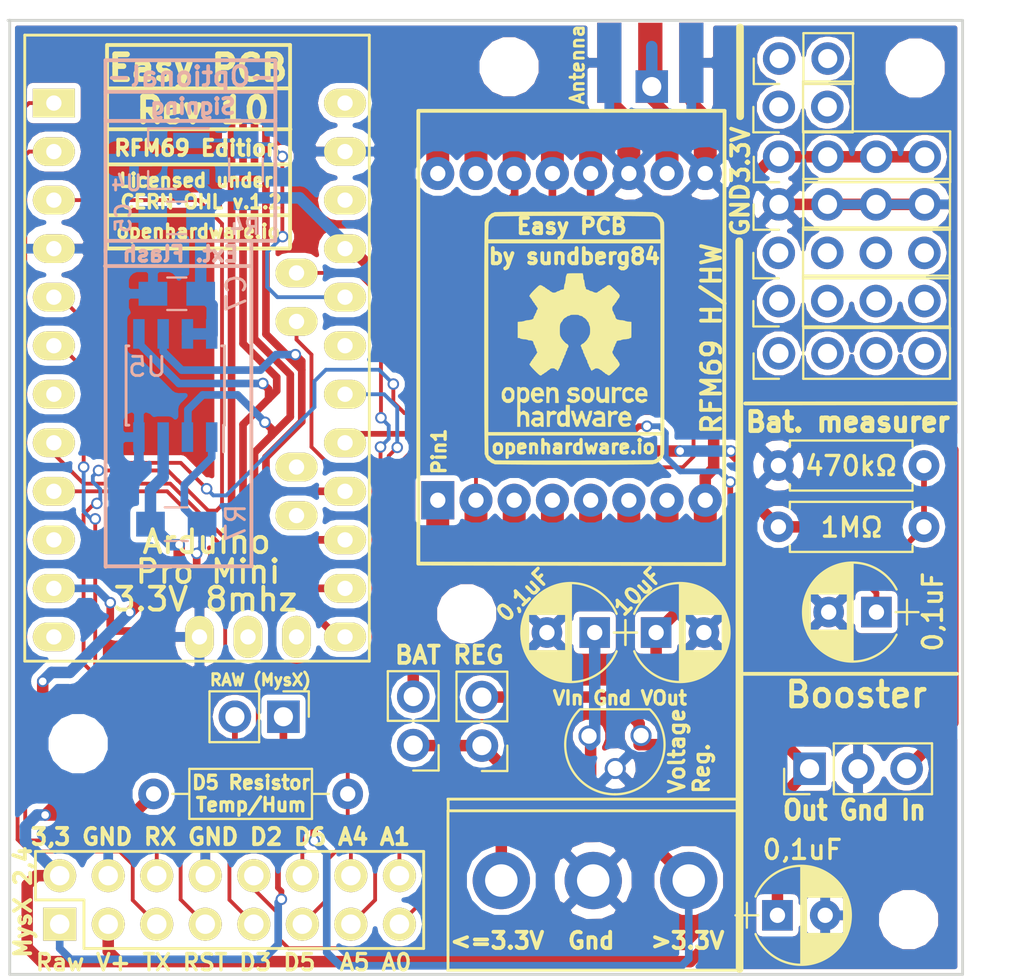
<source format=kicad_pcb>
(kicad_pcb (version 20171130) (host pcbnew 5.0.2-bee76a0~70~ubuntu18.04.1)
  (layers (0 F.Cu signal) (31 B.Cu signal) (34 B.Paste user) (35 F.Paste user) (36 B.SilkS user) (37 F.SilkS user) (38 B.Mask user) (39 F.Mask user) (44 Edge.Cuts user))
  (net 0 "")
  (net 1 +3V3)
  (net 2 GND)
  (net 3 "Net-(JP1-Pad1)")
  (net 4 RAW)
  (net 5 D2)
  (net 6 TX)
  (net 7 RX)
  (net 8 D3)
  (net 9 D5)
  (net 10 D6)
  (net 11 ss)
  (net 12 MOSI)
  (net 13 MISO)
  (net 14 SCK)
  (net 15 A0)
  (net 16 A1)
  (net 17 A4)
  (net 18 A5)
  (net 19 Reset)
  (net 20 "Net-(C3-Pad1)")
  (net 21 "Net-(ANT1-Pad1)")
  (net 22 A3)
  (net 23 AdvBat)
  (net 24 Flash_CS)
  (net 25 "Net-(U3-Pad1)")
  (net 26 "Net-(U3-Pad3)")
  (net 27 "Net-(U3-Pad4)")
  (net 28 "Net-(U3-Pad5)")
  (net 29 "Net-(U3-Pad6)")
  (net 30 "Net-(U3-Pad7)")
  (net 31 "Net-(U3-Pad16)")
  (net 32 "Net-(IC1-Pad28)")
  (net 33 "Net-(IC1-Pad27)")
  (net 34 "Net-(IC1-Pad7)")
  (net 35 "Net-(IC1-Pad10)")
  (net 36 "Net-(IC1-Pad12)")
  (net 37 "Net-(IC1-Pad19)")
  (net 38 "Net-(IC1-Pad22)")
  (net 39 "Net-(IC1-Pad24)")
  (net 40 "Net-(P3-Pad1)")
  (net 41 "Net-(P6-Pad1)")
  (net 42 "Net-(P6-Pad2)")
  (net 43 "Net-(P6-Pad3)")
  (net 44 "Net-(P6-Pad4)")
  (net 45 "Net-(P7-Pad1)")
  (net 46 "Net-(P7-Pad2)")
  (net 47 "Net-(P7-Pad3)")
  (net 48 "Net-(P7-Pad4)")
  (net 49 "Net-(P8-Pad1)")
  (net 50 "Net-(P8-Pad2)")
  (net 51 "Net-(P9-Pad1)")
  (net 52 "Net-(P9-Pad2)")
  (net 53 "Net-(P10-Pad1)")
  (net 54 "Net-(P11-Pad1)")
  (module Pin_Headers:Pin_Header_Straight_1x04_Pitch2.54mm (layer F.Cu) (at 164.9 79.04 90)
    (fp_text reference P7 hide)
    (fp_text value X7)
    (pad 1 thru_hole circle (at 0 0 90) (size 1.7 1.7) (drill 1) (layers *.Cu *.Mask) (net 45 "Net-(P7-Pad1)"))
    (pad 2 thru_hole oval (at 0 2.54 90) (size 1.7 1.7) (drill 1) (layers *.Cu *.Mask) (net 46 "Net-(P7-Pad2)"))
    (pad 3 thru_hole oval (at 0 5.08 90) (size 1.7 1.7) (drill 1) (layers *.Cu *.Mask) (net 47 "Net-(P7-Pad3)"))
    (pad 4 thru_hole oval (at 0 7.62 90) (size 1.7 1.7) (drill 1) (layers *.Cu *.Mask) (net 48 "Net-(P7-Pad4)"))
  )
  (module mysensors_connectors:MYSX_2.4 (layer F.Cu) (at 127.254 108.9152 90)
    (fp_text reference P2 hide)
    (fp_text value MYSX_2.4 hide)
    (pad 16 thru_hole oval (at 2.54 17.78 90) (size 1.7272 1.7272) (drill 1.016) (layers *.Cu *.Mask F.SilkS) (net 16 A1))
    (pad 15 thru_hole oval (at 0 17.78 90) (size 1.7272 1.7272) (drill 1.016) (layers *.Cu *.Mask F.SilkS) (net 15 A0))
    (pad 14 thru_hole oval (at 2.54 15.24 90) (size 1.7272 1.7272) (drill 1.016) (layers *.Cu *.Mask F.SilkS) (net 17 A4))
    (pad 13 thru_hole oval (at 0 15.24 90) (size 1.7272 1.7272) (drill 1.016) (layers *.Cu *.Mask F.SilkS) (net 18 A5))
    (pad 12 thru_hole oval (at 2.54 12.7 90) (size 1.7272 1.7272) (drill 1.016) (layers *.Cu *.Mask F.SilkS) (net 10 D6))
    (pad 11 thru_hole oval (at 0 12.7 90) (size 1.7272 1.7272) (drill 1.016) (layers *.Cu *.Mask F.SilkS) (net 9 D5))
    (pad 10 thru_hole oval (at 2.54 10.16 90) (size 1.7272 1.7272) (drill 1.016) (layers *.Cu *.Mask F.SilkS) (net 5 D2))
    (pad 9 thru_hole oval (at 0 10.16 90) (size 1.7272 1.7272) (drill 1.016) (layers *.Cu *.Mask F.SilkS) (net 8 D3))
    (pad 1 thru_hole rect (at 0 0 90) (size 1.7272 1.7272) (drill 1.016) (layers *.Cu *.Mask F.SilkS) (net 4 RAW))
    (pad 2 thru_hole oval (at 2.54 0 90) (size 1.7272 1.7272) (drill 1.016) (layers *.Cu *.Mask F.SilkS) (net 1 +3V3))
    (pad 3 thru_hole oval (at 0 2.54 90) (size 1.7272 1.7272) (drill 1.016) (layers *.Cu *.Mask F.SilkS) (net 1 +3V3))
    (pad 4 thru_hole oval (at 2.54 2.54 90) (size 1.7272 1.7272) (drill 1.016) (layers *.Cu *.Mask F.SilkS) (net 2 GND))
    (pad 5 thru_hole oval (at 0 5.08 90) (size 1.7272 1.7272) (drill 1.016) (layers *.Cu *.Mask F.SilkS) (net 6 TX))
    (pad 6 thru_hole oval (at 2.54 5.08 90) (size 1.7272 1.7272) (drill 1.016) (layers *.Cu *.Mask F.SilkS) (net 7 RX))
    (pad 7 thru_hole oval (at 0 7.62 90) (size 1.7272 1.7272) (drill 1.016) (layers *.Cu *.Mask F.SilkS) (net 19 Reset))
    (pad 8 thru_hole oval (at 2.54 7.62 90) (size 1.7272 1.7272) (drill 1.016) (layers *.Cu *.Mask F.SilkS) (net 2 GND))
  )
  (module kicad-footprints:SMA_EDGE (layer F.Cu) (at 158.1658 61.7347 180)
    (fp_text reference ANT1 hide)
    (fp_text value ANTENNA hide)
    (pad 2 smd rect (at -2.1463 -2.0955 180) (size 1.27 4.191) (layers F.Cu F.Paste F.Mask) (net 2 GND))
    (pad 2 smd rect (at 2.1463 -2.0955 180) (size 1.27 4.191) (layers F.Cu F.Paste F.Mask) (net 2 GND))
    (pad 1 smd rect (at 0 -1.8415 180) (size 1.27 3.683) (layers F.Cu F.Paste F.Mask) (net 21 "Net-(ANT1-Pad1)"))
    (pad 2 smd rect (at -2.1463 -2.0955 180) (size 1.27 4.191) (layers B.Cu B.Paste B.Mask) (net 2 GND))
    (pad 2 smd rect (at 2.1463 -2.0955 180) (size 1.27 4.191) (layers B.Cu B.Paste B.Mask) (net 2 GND))
  )
  (module Mounting_Holes:MountingHole_2.5mm (layer F.Cu) (at 148.55698 92.66682)
    (fp_text reference P3 hide)
    (fp_text value Mount_Hole hide)
    (pad 1 np_thru_hole circle (at 0 0) (size 2.5 2.5) (drill 2.5) (layers *.Cu *.Mask) (net 40 "Net-(P3-Pad1)"))
  )
  (module mysensors_arduino:pro_mini (layer F.Cu) (at 134.5692 79.9084 270)
    (fp_text reference IC1 hide)
    (fp_text value ArduinoProMini hide)
    (pad 28 thru_hole oval (at 5.08 -5.08 270) (size 1.50114 2.19964) (drill 0.8001) (layers *.Cu *.Mask F.SilkS) (net 32 "Net-(IC1-Pad28)"))
    (pad 27 thru_hole oval (at 7.62 -5.08 270) (size 1.50114 2.19964) (drill 0.8001) (layers *.Cu *.Mask F.SilkS) (net 33 "Net-(IC1-Pad27)"))
    (pad 1 thru_hole rect (at -13.97 7.62 270) (size 1.50114 2.19964) (drill 0.8001) (layers *.Cu *.Mask F.SilkS) (net 6 TX))
    (pad 2 thru_hole oval (at -11.43 7.62 270) (size 1.50114 2.19964) (drill 0.8001) (layers *.Cu *.Mask F.SilkS) (net 7 RX))
    (pad 3 thru_hole oval (at -8.89 7.62 270) (size 1.50114 2.19964) (drill 0.8001) (layers *.Cu *.Mask F.SilkS) (net 19 Reset))
    (pad 4 thru_hole oval (at -6.35 7.62 270) (size 1.50114 2.19964) (drill 0.8001) (layers *.Cu *.Mask F.SilkS) (net 2 GND))
    (pad 5 thru_hole oval (at -3.81 7.62 270) (size 1.50114 2.19964) (drill 0.8001) (layers *.Cu *.Mask F.SilkS) (net 5 D2))
    (pad 6 thru_hole oval (at -1.27 7.62 270) (size 1.50114 2.19964) (drill 0.8001) (layers *.Cu *.Mask F.SilkS) (net 8 D3))
    (pad 7 thru_hole oval (at 1.27 7.62 270) (size 1.50114 2.19964) (drill 0.8001) (layers *.Cu *.Mask F.SilkS) (net 34 "Net-(IC1-Pad7)"))
    (pad 8 thru_hole oval (at 3.81 7.62 270) (size 1.50114 2.19964) (drill 0.8001) (layers *.Cu *.Mask F.SilkS) (net 9 D5))
    (pad 9 thru_hole oval (at 6.35 7.62 270) (size 1.50114 2.19964) (drill 0.8001) (layers *.Cu *.Mask F.SilkS) (net 10 D6))
    (pad 10 thru_hole oval (at 8.89 7.62 270) (size 1.50114 2.19964) (drill 0.8001) (layers *.Cu *.Mask F.SilkS) (net 35 "Net-(IC1-Pad10)"))
    (pad 11 thru_hole oval (at 11.43 7.62 270) (size 1.50114 2.19964) (drill 0.8001) (layers *.Cu *.Mask F.SilkS) (net 24 Flash_CS))
    (pad 12 thru_hole oval (at 13.97 7.62 270) (size 1.50114 2.19964) (drill 0.8001) (layers *.Cu *.Mask F.SilkS) (net 36 "Net-(IC1-Pad12)"))
    (pad 13 thru_hole oval (at 13.97 -7.62 270) (size 1.50114 2.19964) (drill 0.8001) (layers *.Cu *.Mask F.SilkS) (net 11 ss))
    (pad 14 thru_hole oval (at 11.43 -7.62 270) (size 1.50114 2.19964) (drill 0.8001) (layers *.Cu *.Mask F.SilkS) (net 12 MOSI))
    (pad 15 thru_hole oval (at 8.89 -7.62 270) (size 1.50114 2.19964) (drill 0.8001) (layers *.Cu *.Mask F.SilkS) (net 13 MISO))
    (pad 16 thru_hole oval (at 6.35 -7.62 270) (size 1.50114 2.19964) (drill 0.8001) (layers *.Cu *.Mask F.SilkS) (net 14 SCK))
    (pad 17 thru_hole oval (at 3.81 -7.62 270) (size 1.50114 2.19964) (drill 0.8001) (layers *.Cu *.Mask F.SilkS) (net 15 A0))
    (pad 18 thru_hole oval (at 1.27 -7.62 270) (size 1.50114 2.19964) (drill 0.8001) (layers *.Cu *.Mask F.SilkS) (net 16 A1))
    (pad 19 thru_hole oval (at -1.27 -7.62 270) (size 1.50114 2.19964) (drill 0.8001) (layers *.Cu *.Mask F.SilkS) (net 37 "Net-(IC1-Pad19)"))
    (pad 20 thru_hole oval (at -3.81 -7.62 270) (size 1.50114 2.19964) (drill 0.8001) (layers *.Cu *.Mask F.SilkS) (net 22 A3))
    (pad 21 thru_hole oval (at -6.35 -7.62 270) (size 1.50114 2.19964) (drill 0.8001) (layers *.Cu *.Mask F.SilkS) (net 1 +3V3))
    (pad 22 thru_hole oval (at -8.89 -7.62 270) (size 1.50114 2.19964) (drill 0.8001) (layers *.Cu *.Mask F.SilkS) (net 38 "Net-(IC1-Pad22)"))
    (pad 23 thru_hole oval (at -11.43 -7.62 270) (size 1.50114 2.19964) (drill 0.8001) (layers *.Cu *.Mask F.SilkS) (net 2 GND))
    (pad 24 thru_hole oval (at -13.97 -7.62 270) (size 1.50114 2.19964) (drill 0.8001) (layers *.Cu *.Mask F.SilkS) (net 39 "Net-(IC1-Pad24)"))
    (pad 25 thru_hole oval (at -2.54 -5.08 270) (size 1.50114 2.19964) (drill 0.8001) (layers *.Cu *.Mask F.SilkS) (net 17 A4))
    (pad 26 thru_hole oval (at -5.08 -5.08 270) (size 1.50114 2.19964) (drill 0.8001) (layers *.Cu *.Mask F.SilkS) (net 18 A5))
    (pad 30 thru_hole oval (at 13.97 -5.08 270) (size 2.19964 1.50114) (drill 0.8001) (layers *.Cu *.Mask F.SilkS))
    (pad 31 thru_hole oval (at 13.97 -2.54 270) (size 2.19964 1.50114) (drill 0.8001) (layers *.Cu *.Mask F.SilkS))
    (pad 29 thru_hole oval (at 13.97 0 270) (size 2.19964 1.50114) (drill 0.8001) (layers *.Cu *.Mask F.SilkS) (net 2 GND))
  )
  (module Mounting_Holes:MountingHole_2.5mm (layer F.Cu) (at 150.7744 64.03848)
    (fp_text reference P3 hide)
    (fp_text value Mount_Hole)
    (pad 1 np_thru_hole circle (at 0 0) (size 2.5 2.5) (drill 2.5) (layers *.Cu *.Mask))
  )
  (module Resistors_ThroughHole:R_Axial_DIN0207_L6.3mm_D2.5mm_P10.16mm_Horizontal (layer F.Cu) (at 132.1689 102.0953)
    (fp_text reference R1 hide)
    (fp_text value R hide)
    (pad 1 thru_hole circle (at 0 0) (size 1.6 1.6) (drill 0.8) (layers *.Cu *.Mask) (net 1 +3V3))
    (pad 2 thru_hole oval (at 10.16 0) (size 1.6 1.6) (drill 0.8) (layers *.Cu *.Mask) (net 9 D5))
  )
  (module Resistors_ThroughHole:R_Axial_DIN0207_L6.3mm_D2.5mm_P7.62mm_Horizontal (layer F.Cu) (at 164.87 88.12)
    (fp_text reference R3 hide)
    (fp_text value 1M hide)
    (pad 1 thru_hole circle (at 0 0) (size 1.6 1.6) (drill 0.8) (layers *.Cu *.Mask) (net 23 AdvBat))
    (pad 2 thru_hole oval (at 7.62 0) (size 1.6 1.6) (drill 0.8) (layers *.Cu *.Mask) (net 15 A0))
  )
  (module Pin_Headers:Pin_Header_Straight_1x01_Pitch2.54mm (layer F.Cu) (at 158.242 65.0748)
    (fp_text reference ANT2 hide)
    (fp_text value ANTENNA hide)
    (pad 1 thru_hole rect (at 0 0) (size 1.7 1.7) (drill 1) (layers *.Cu *.Mask) (net 21 "Net-(ANT1-Pad1)"))
  )
  (module Capacitors_ThroughHole:CP_Radial_D5.0mm_P2.50mm (layer F.Cu) (at 155.2556 93.6498 180)
    (fp_text reference C3 hide)
    (fp_text value 0,1uF hide)
    (pad 1 thru_hole rect (at 0 0 180) (size 1.6 1.6) (drill 0.8) (layers *.Cu *.Mask) (net 20 "Net-(C3-Pad1)"))
    (pad 2 thru_hole circle (at 2.5 0 180) (size 1.6 1.6) (drill 0.8) (layers *.Cu *.Mask) (net 2 GND))
  )
  (module Capacitors_ThroughHole:CP_Radial_D5.0mm_P2.50mm (layer F.Cu) (at 158.4706 93.6498)
    (fp_text reference C2 hide)
    (fp_text value 10uF)
    (pad 1 thru_hole rect (at 0 0) (size 1.6 1.6) (drill 0.8) (layers *.Cu *.Mask) (net 1 +3V3))
    (pad 2 thru_hole circle (at 2.5 0) (size 1.6 1.6) (drill 0.8) (layers *.Cu *.Mask) (net 2 GND))
  )
  (module Pin_Headers:Pin_Header_Straight_1x02_Pitch2.54mm (layer F.Cu) (at 149.352 99.568 180)
    (fp_text reference JP1 hide)
    (fp_text value REG hide)
    (pad 1 thru_hole oval (at 0 0 180) (size 1.7 1.7) (drill 1) (layers *.Cu *.Mask) (net 3 "Net-(JP1-Pad1)"))
    (pad 2 thru_hole oval (at 0 2.54 180) (size 1.7 1.7) (drill 1) (layers *.Cu *.Mask) (net 1 +3V3))
  )
  (module Pin_Headers:Pin_Header_Straight_1x02_Pitch2.54mm (layer F.Cu) (at 145.7579 99.5426 180)
    (fp_text reference JP2 hide)
    (fp_text value BAT hide)
    (pad 1 thru_hole oval (at 0 0 180) (size 1.7 1.7) (drill 1) (layers *.Cu *.Mask) (net 3 "Net-(JP1-Pad1)"))
    (pad 2 thru_hole oval (at 0 2.54 180) (size 1.7 1.7) (drill 1) (layers *.Cu *.Mask) (net 23 AdvBat))
  )
  (module Pin_Headers:Pin_Header_Straight_1x02_Pitch2.54mm (layer F.Cu) (at 138.9634 98.0567 270)
    (fp_text reference JP3 hide)
    (fp_text value RAW hide)
    (pad 1 thru_hole rect (at 0 0 270) (size 1.7 1.7) (drill 1) (layers *.Cu *.Mask) (net 20 "Net-(C3-Pad1)"))
    (pad 2 thru_hole oval (at 0 2.54 270) (size 1.7 1.7) (drill 1) (layers *.Cu *.Mask) (net 4 RAW))
  )
  (module Pin_Headers:Pin_Header_Straight_1x03_Pitch2.54mm (layer F.Cu) (at 166.5 100.78 90)
    (fp_text reference U1 hide)
    (fp_text value DC/DCBooster hide)
    (pad 1 thru_hole rect (at 0 0 90) (size 1.7 1.7) (drill 1) (layers *.Cu *.Mask) (net 1 +3V3))
    (pad 2 thru_hole oval (at 0 2.54 90) (size 1.7 1.7) (drill 1) (layers *.Cu *.Mask) (net 2 GND))
    (pad 3 thru_hole oval (at 0 5.08 90) (size 1.7 1.7) (drill 1) (layers *.Cu *.Mask) (net 23 AdvBat))
  )
  (module Capacitors_ThroughHole:CP_Radial_D5.0mm_P2.50mm (layer F.Cu) (at 164.82 108.45)
    (fp_text reference C1 hide)
    (fp_text value 0,1uF hide)
    (pad 1 thru_hole rect (at 0 0) (size 1.6 1.6) (drill 0.8) (layers *.Cu *.Mask) (net 1 +3V3))
    (pad 2 thru_hole oval (at 2.5 0) (size 1.6 1.6) (drill 0.8) (layers *.Cu *.Mask) (net 2 GND))
  )
  (module Pin_Headers:Pin_Header_Straight_1x04_Pitch2.54mm (layer F.Cu) (at 164.91 68.75 90)
    (fp_text reference P4 hide)
    (fp_text value X4)
    (pad 1 thru_hole circle (at 0 0 90) (size 1.7 1.7) (drill 1) (layers *.Cu *.Mask) (net 1 +3V3))
    (pad 2 thru_hole oval (at 0 2.54 90) (size 1.7 1.7) (drill 1) (layers *.Cu *.Mask) (net 1 +3V3))
    (pad 3 thru_hole oval (at 0 5.08 90) (size 1.7 1.7) (drill 1) (layers *.Cu *.Mask) (net 1 +3V3))
    (pad 4 thru_hole oval (at 0 7.62 90) (size 1.7 1.7) (drill 1) (layers *.Cu *.Mask) (net 1 +3V3))
  )
  (module Pin_Headers:Pin_Header_Straight_1x04_Pitch2.54mm (layer F.Cu) (at 164.9 71.24 90)
    (fp_text reference P5 hide)
    (fp_text value X5)
    (pad 1 thru_hole circle (at 0 0 90) (size 1.7 1.7) (drill 1) (layers *.Cu *.Mask) (net 2 GND))
    (pad 2 thru_hole oval (at 0 2.54 90) (size 1.7 1.7) (drill 1) (layers *.Cu *.Mask) (net 2 GND))
    (pad 3 thru_hole oval (at 0 5.08 90) (size 1.7 1.7) (drill 1) (layers *.Cu *.Mask) (net 2 GND))
    (pad 4 thru_hole oval (at 0 7.62 90) (size 1.7 1.7) (drill 1) (layers *.Cu *.Mask) (net 2 GND))
  )
  (module Pin_Headers:Pin_Header_Straight_1x04_Pitch2.54mm (layer F.Cu) (at 164.89 76.3 90)
    (fp_text reference P7 hide)
    (fp_text value X7)
    (pad 1 thru_hole circle (at 0 0 90) (size 1.7 1.7) (drill 1) (layers *.Cu *.Mask))
    (pad 2 thru_hole oval (at 0 2.54 90) (size 1.7 1.7) (drill 1) (layers *.Cu *.Mask))
    (pad 3 thru_hole oval (at 0 5.08 90) (size 1.7 1.7) (drill 1) (layers *.Cu *.Mask))
    (pad 4 thru_hole oval (at 0 7.62 90) (size 1.7 1.7) (drill 1) (layers *.Cu *.Mask))
  )
  (module Pin_Headers:Pin_Header_Straight_1x04_Pitch2.54mm (layer F.Cu) (at 164.89 73.78 90)
    (fp_text reference P6 hide)
    (fp_text value X6)
    (pad 1 thru_hole circle (at 0 0 90) (size 1.7 1.7) (drill 1) (layers *.Cu *.Mask) (net 41 "Net-(P6-Pad1)"))
    (pad 2 thru_hole oval (at 0 2.54 90) (size 1.7 1.7) (drill 1) (layers *.Cu *.Mask) (net 42 "Net-(P6-Pad2)"))
    (pad 3 thru_hole oval (at 0 5.08 90) (size 1.7 1.7) (drill 1) (layers *.Cu *.Mask) (net 43 "Net-(P6-Pad3)"))
    (pad 4 thru_hole oval (at 0 7.62 90) (size 1.7 1.7) (drill 1) (layers *.Cu *.Mask) (net 44 "Net-(P6-Pad4)"))
  )
  (module Pin_Headers:Pin_Header_Straight_1x02_Pitch2.54mm (layer F.Cu) (at 164.89 66.14 90)
    (fp_text reference P9 hide)
    (fp_text value X9)
    (pad 1 thru_hole circle (at 0 0 90) (size 1.7 1.7) (drill 1) (layers *.Cu *.Mask) (net 51 "Net-(P9-Pad1)"))
    (pad 2 thru_hole oval (at 0 2.54 90) (size 1.7 1.7) (drill 1) (layers *.Cu *.Mask) (net 52 "Net-(P9-Pad2)"))
  )
  (module ASKicadLib:3_block_Screw_Terminal (layer F.Cu) (at 155.178 106.6292 180)
    (fp_text reference P1 hide)
    (fp_text value Power hide)
    (pad 3 thru_hole circle (at 4.81 0 180) (size 3 3) (drill 1.7) (layers *.Cu *.Mask) (net 3 "Net-(JP1-Pad1)"))
    (pad 1 thru_hole circle (at -5 0 180) (size 3 3) (drill 1.7) (layers *.Cu *.Mask) (net 20 "Net-(C3-Pad1)"))
    (pad 2 thru_hole circle (at 0 0 180) (size 3 3) (drill 1.7) (layers *.Cu *.Mask) (net 2 GND))
  )
  (module Resistors_ThroughHole:R_Axial_DIN0207_L6.3mm_D2.5mm_P7.62mm_Horizontal (layer F.Cu) (at 164.87 84.91)
    (fp_text reference R2 hide)
    (fp_text value 470k hide)
    (pad 1 thru_hole circle (at 0 0) (size 1.6 1.6) (drill 0.8) (layers *.Cu *.Mask) (net 2 GND))
    (pad 2 thru_hole oval (at 7.62 0) (size 1.6 1.6) (drill 0.8) (layers *.Cu *.Mask) (net 15 A0))
  )
  (module Capacitors_SMD:C_0805_HandSoldering (layer B.Cu) (at 133.37376 71.94912 180)
    (fp_text reference C5 (at 2.79 0 270) (layer B.SilkS) (effects (font (size 0.8 0.8)) (justify mirror)))
    (fp_text value 0,1uF)
    (pad 1 smd rect (at -1.25 0 180) (size 1.5 1.25) (layers B.Cu B.Paste B.Mask) (net 1 +3V3))
    (pad 2 smd rect (at 1.25 0 180) (size 1.5 1.25) (layers B.Cu B.Paste B.Mask) (net 2 GND))
  )
  (module Resistors_SMD:R_0805_HandSoldering (layer B.Cu) (at 137.00376 69.43912 270)
    (fp_text reference R4 (at 2.972 0.062) (layer B.SilkS) (effects (font (size 0.8 0.8)) (justify mirror)))
    (fp_text value 10k)
    (pad 1 smd rect (at -1.35 0 270) (size 1.5 1.3) (layers B.Cu B.Paste B.Mask) (net 22 A3))
    (pad 2 smd rect (at 1.35 0 270) (size 1.5 1.3) (layers B.Cu B.Paste B.Mask) (net 1 +3V3))
  )
  (module TO_SOT_Packages_SMD:SOT-23_Handsoldering (layer B.Cu) (at 132.64376 68.84912 180)
    (fp_text reference U4 (at 1.891 -1.277 180) (layer B.SilkS) (effects (font (size 0.8 0.8)) (justify mirror)))
    (fp_text value ATSHA204A)
    (pad 1 smd rect (at -1.5 0.95 180) (size 1.9 0.8) (layers B.Cu B.Paste B.Mask) (net 22 A3))
    (pad 2 smd rect (at -1.5 -0.95 180) (size 1.9 0.8) (layers B.Cu B.Paste B.Mask) (net 1 +3V3))
    (pad 3 smd rect (at 1.5 0 180) (size 1.9 0.8) (layers B.Cu B.Paste B.Mask) (net 2 GND))
  )
  (module Capacitors_ThroughHole:CP_Radial_D5.0mm_P2.50mm (layer F.Cu) (at 170 92.58 180)
    (fp_text reference C4 hide)
    (fp_text value 0,1uF hide)
    (pad 1 thru_hole rect (at 0 0 180) (size 1.6 1.6) (drill 0.8) (layers *.Cu *.Mask) (net 15 A0))
    (pad 2 thru_hole circle (at 2.5 0 180) (size 1.6 1.6) (drill 0.8) (layers *.Cu *.Mask) (net 2 GND))
  )
  (module Capacitors_SMD:C_0805_HandSoldering (layer B.Cu) (at 133.38376 75.91912 180)
    (fp_text reference C7 (at -3.11 0.03 270) (layer B.SilkS) (effects (justify mirror)))
    (fp_text value 0,1uF)
    (pad 1 smd rect (at -1.25 0 180) (size 1.5 1.25) (layers B.Cu B.Paste B.Mask) (net 1 +3V3))
    (pad 2 smd rect (at 1.25 0 180) (size 1.5 1.25) (layers B.Cu B.Paste B.Mask) (net 2 GND))
  )
  (module Resistors_SMD:R_0805_HandSoldering (layer B.Cu) (at 133.35634 87.97798 180)
    (fp_text reference R7 (at -3.11 0.07 90) (layer B.SilkS) (effects (justify mirror)))
    (fp_text value 10k)
    (pad 1 smd rect (at -1.35 0 180) (size 1.5 1.3) (layers B.Cu B.Paste B.Mask) (net 24 Flash_CS))
    (pad 2 smd rect (at 1.35 0 180) (size 1.5 1.3) (layers B.Cu B.Paste B.Mask) (net 1 +3V3))
  )
  (module Housings_SOIC:SOIC-8_3.9x4.9mm_Pitch1.27mm (layer B.Cu) (at 133.30428 80.72122 90)
    (fp_text reference U5 (at 0.98 -1.465 180) (layer B.SilkS) (effects (justify mirror)))
    (fp_text value AT25DF512C)
    (pad 1 smd rect (at -2.7 1.905 90) (size 1.55 0.6) (layers B.Cu B.Paste B.Mask) (net 24 Flash_CS))
    (pad 2 smd rect (at -2.7 0.635 90) (size 1.55 0.6) (layers B.Cu B.Paste B.Mask) (net 13 MISO))
    (pad 3 smd rect (at -2.7 -0.635 90) (size 1.55 0.6) (layers B.Cu B.Paste B.Mask) (net 1 +3V3))
    (pad 4 smd rect (at -2.7 -1.905 90) (size 1.55 0.6) (layers B.Cu B.Paste B.Mask) (net 2 GND))
    (pad 5 smd rect (at 2.7 -1.905 90) (size 1.55 0.6) (layers B.Cu B.Paste B.Mask) (net 12 MOSI))
    (pad 6 smd rect (at 2.7 -0.635 90) (size 1.55 0.6) (layers B.Cu B.Paste B.Mask) (net 14 SCK))
    (pad 7 smd rect (at 2.7 0.635 90) (size 1.55 0.6) (layers B.Cu B.Paste B.Mask) (net 1 +3V3))
    (pad 8 smd rect (at 2.7 1.905 90) (size 1.55 0.6) (layers B.Cu B.Paste B.Mask) (net 1 +3V3))
  )
  (module Mounting_Holes:MountingHole_2.5mm (layer F.Cu) (at 128.2192 99.4664)
    (fp_text reference P3 hide)
    (fp_text value Mount_Hole hide)
    (pad 1 np_thru_hole circle (at 0 0) (size 2.5 2.5) (drill 2.5) (layers *.Cu *.Mask))
  )
  (module Mounting_Holes:MountingHole_2.5mm (layer F.Cu) (at 171.68622 108.67644)
    (fp_text reference P10 hide)
    (fp_text value Mount_Hole)
    (pad 1 np_thru_hole circle (at 0 0) (size 2.5 2.5) (drill 2.5) (layers *.Cu *.Mask) (net 53 "Net-(P10-Pad1)"))
  )
  (module Mounting_Holes:MountingHole_2.5mm (layer F.Cu) (at 172.03 64.1)
    (fp_text reference P11 hide)
    (fp_text value Mount_Hole)
    (pad 1 np_thru_hole circle (at 0 0) (size 2.5 2.5) (drill 2.5) (layers *.Cu *.Mask) (net 54 "Net-(P11-Pad1)"))
  )
  (module mysensors_radios:RFM69HW_SMD_ThroughHole_Handsoldering (layer F.Cu) (at 147.0416 86.626 90)
    (fp_text reference U3 hide)
    (fp_text value RFM69HW hide)
    (pad 1 smd rect (at -1.4 0 90) (size 3 1.2) (layers F.Cu F.Paste F.Mask) (net 25 "Net-(U3-Pad1)"))
    (pad 2 smd rect (at -1.4 2 90) (size 3 1.2) (layers F.Cu F.Paste F.Mask) (net 5 D2))
    (pad 3 smd rect (at -1.4 4 90) (size 3 1.2) (layers F.Cu F.Paste F.Mask) (net 26 "Net-(U3-Pad3)"))
    (pad 4 smd rect (at -1.4 6 90) (size 3 1.2) (layers F.Cu F.Paste F.Mask) (net 27 "Net-(U3-Pad4)"))
    (pad 5 smd rect (at -1.4 8 90) (size 3 1.2) (layers F.Cu F.Paste F.Mask) (net 28 "Net-(U3-Pad5)"))
    (pad 6 smd rect (at -1.4 10 90) (size 3 1.2) (layers F.Cu F.Paste F.Mask) (net 29 "Net-(U3-Pad6)"))
    (pad 7 smd rect (at -1.4 12 90) (size 3 1.2) (layers F.Cu F.Paste F.Mask) (net 30 "Net-(U3-Pad7)"))
    (pad 8 smd rect (at -1.4 14 90) (size 3 1.2) (layers F.Cu F.Paste F.Mask) (net 1 +3V3))
    (pad 9 smd rect (at 18.3 14 90) (size 3 1.2) (layers F.Cu F.Paste F.Mask) (net 2 GND))
    (pad 10 smd rect (at 18.3 12 90) (size 3 1.2) (layers F.Cu F.Paste F.Mask) (net 21 "Net-(ANT1-Pad1)"))
    (pad 11 smd rect (at 18.3 10 90) (size 3 1.2) (layers F.Cu F.Paste F.Mask) (net 2 GND))
    (pad 12 smd rect (at 18.3 8 90) (size 3 1.2) (layers F.Cu F.Paste F.Mask) (net 14 SCK))
    (pad 13 smd rect (at 18.3 6 90) (size 3 1.2) (layers F.Cu F.Paste F.Mask) (net 13 MISO))
    (pad 14 smd rect (at 18.3 4 90) (size 3 1.2) (layers F.Cu F.Paste F.Mask) (net 12 MOSI))
    (pad 15 smd rect (at 18.3 2 90) (size 3 1.2) (layers F.Cu F.Paste F.Mask) (net 11 ss))
    (pad 16 smd rect (at 18.3 0 90) (size 3 1.2) (layers F.Cu F.Paste F.Mask) (net 31 "Net-(U3-Pad16)"))
    (pad 1 thru_hole rect (at -0.1 0 90) (size 2 1.7272) (drill 0.8) (layers *.Cu *.Mask) (net 25 "Net-(U3-Pad1)"))
    (pad 2 thru_hole circle (at -0.1 2 90) (size 1.7272 1.7272) (drill 0.8) (layers *.Cu *.Mask) (net 5 D2))
    (pad 3 thru_hole circle (at -0.1 4 90) (size 1.7272 1.7272) (drill 0.8) (layers *.Cu *.Mask) (net 26 "Net-(U3-Pad3)"))
    (pad 4 thru_hole circle (at -0.1 6 90) (size 1.7272 1.7272) (drill 0.8) (layers *.Cu *.Mask) (net 27 "Net-(U3-Pad4)"))
    (pad 5 thru_hole circle (at -0.1 8 90) (size 1.7272 1.7272) (drill 0.8) (layers *.Cu *.Mask) (net 28 "Net-(U3-Pad5)"))
    (pad 6 thru_hole circle (at -0.1 10 90) (size 1.7272 1.7272) (drill 0.8) (layers *.Cu *.Mask) (net 29 "Net-(U3-Pad6)"))
    (pad 7 thru_hole circle (at -0.1 12 90) (size 1.7272 1.7272) (drill 0.8) (layers *.Cu *.Mask) (net 30 "Net-(U3-Pad7)"))
    (pad 8 thru_hole circle (at -0.1 14 90) (size 1.7272 1.7272) (drill 0.8) (layers *.Cu *.Mask) (net 1 +3V3))
    (pad 9 thru_hole circle (at 17 14 90) (size 1.7272 1.7272) (drill 0.8) (layers *.Cu *.Mask) (net 2 GND))
    (pad 10 thru_hole circle (at 17 12 90) (size 1.7272 1.7272) (drill 0.8) (layers *.Cu *.Mask) (net 21 "Net-(ANT1-Pad1)"))
    (pad 11 thru_hole circle (at 17 10 90) (size 1.7272 1.7272) (drill 0.8) (layers *.Cu *.Mask) (net 2 GND))
    (pad 12 thru_hole circle (at 17 8 90) (size 1.7272 1.7272) (drill 0.8) (layers *.Cu *.Mask) (net 14 SCK))
    (pad 13 thru_hole circle (at 17 6 90) (size 1.7272 1.7272) (drill 0.8) (layers *.Cu *.Mask) (net 13 MISO))
    (pad 14 thru_hole circle (at 17 4 90) (size 1.7272 1.7272) (drill 0.8) (layers *.Cu *.Mask) (net 12 MOSI))
    (pad 15 thru_hole circle (at 17 2 90) (size 1.7272 1.7272) (drill 0.8) (layers *.Cu *.Mask) (net 11 ss))
    (pad 16 thru_hole circle (at 17 0 90) (size 1.7272 1.7272) (drill 0.8) (layers *.Cu *.Mask) (net 31 "Net-(U3-Pad16)"))
  )
  (module ASKicadLib:TO-92_LE33_Andreas (layer F.Cu) (at 157.5816 99.5172 180)
    (fp_text reference U2 hide)
    (fp_text value LE33)
    (pad 2 thru_hole circle (at 1.25 -1.25 270) (size 1.1 1.1) (drill 0.8) (layers *.Cu *.Mask) (net 2 GND))
    (pad 3 thru_hole circle (at 2.625 0.45 270) (size 1.1 1.1) (drill 0.8) (layers *.Cu *.Mask) (net 20 "Net-(C3-Pad1)"))
    (pad 1 thru_hole circle (at -0.1 0.475 270) (size 1.1 1.1) (drill 0.8) (layers *.Cu *.Mask) (net 1 +3V3))
  )
  (module Pin_Headers:Pin_Header_Straight_1x02_Pitch2.54mm (layer F.Cu) (at 164.91 63.61 90)
    (fp_text reference P8 hide)
    (fp_text value X)
    (pad 1 thru_hole circle (at 0 0 90) (size 1.7 1.7) (drill 1) (layers *.Cu *.Mask) (net 49 "Net-(P8-Pad1)"))
    (pad 2 thru_hole oval (at 0 2.54 90) (size 1.7 1.7) (drill 1) (layers *.Cu *.Mask) (net 50 "Net-(P8-Pad2)"))
  )
  (module graphicslogo:OpenSourceLogo_1000x1000_neg (layer F.Cu) (at 154.178 78.232)
    (fp_text reference G*** hide)
    (fp_text value LOGO hide)
  )
  (gr_line (start 162.87 66.63) (end 162.86 61.98) (angle 90) (layer F.SilkS) (width 0.4))
  (gr_text "MysX 2,4" (at 125.32868 107.7468 90) (layer F.SilkS) (effects (font (size 0.85 0.85) (thickness 0.2))))
  (gr_text Arduino (at 134.94512 88.9) (layer F.SilkS) (effects (font (size 1.2 1.2) (thickness 0.2))))
  (gr_text "RFM69 H/HW\n" (at 161.3662 78.2574 90) (layer F.SilkS) (effects (font (size 1 1) (thickness 0.2))))
  (gr_line (start 146.0246 90.043) (end 146.0246 66.3448) (layer F.SilkS) (width 0.2))
  (gr_line (start 162.0266 90.0684) (end 146.0246 90.043) (layer F.SilkS) (width 0.2))
  (gr_line (start 162.052 66.3448) (end 162.0266 90.0684) (layer F.SilkS) (width 0.2))
  (gr_line (start 146.05 66.3448) (end 162.052 66.3448) (layer F.SilkS) (width 0.2))
  (gr_text "Ext. Flash" (at 133.57376 73.83912) (layer B.SilkS) (effects (font (size 0.8 0.8) (thickness 0.2)) (justify mirror)))
  (gr_line (start 129.62376 74.46912) (end 137.26376 74.46912) (layer B.SilkS) (width 0.2))
  (gr_line (start 129.65938 90.1827) (end 137.29938 90.1827) (layer B.SilkS) (width 0.2))
  (gr_line (start 137.28376 73.15912) (end 137.28954 90.15984) (layer B.SilkS) (width 0.2))
  (gr_text Pin1 (at 147.11172 84.17052 90) (layer F.SilkS) (effects (font (size 0.7 0.7) (thickness 0.175))))
  (gr_line (start 129.66376 73.14912) (end 138.53376 73.14912) (layer B.SilkS) (width 0.2))
  (gr_text Signing (at 134.22376 66.11112) (layer B.SilkS) (effects (font (size 0.8 0.8) (thickness 0.2)) (justify mirror)))
  (gr_line (start 129.65176 65.34912) (end 138.54176 65.34912) (layer B.SilkS) (width 0.2))
  (gr_text "-Optional-\n" (at 134.09676 64.54912) (layer B.SilkS) (effects (font (size 1 1) (thickness 0.2)) (justify mirror)))
  (gr_line (start 138.54176 63.69812) (end 138.54176 65.47612) (layer B.SilkS) (width 0.2))
  (gr_line (start 129.65176 63.69812) (end 138.54176 63.69812) (layer B.SilkS) (width 0.2))
  (gr_line (start 129.65176 65.47612) (end 129.65176 63.69812) (layer B.SilkS) (width 0.2))
  (gr_line (start 138.54176 65.47612) (end 138.54176 66.74612) (layer B.SilkS) (width 0.2))
  (gr_line (start 129.65176 66.74612) (end 129.65176 65.47612) (layer B.SilkS) (width 0.2))
  (gr_line (start 129.65176 73.73112) (end 129.65176 73.60412) (layer B.SilkS) (width 0.2))
  (gr_line (start 138.54176 66.74612) (end 138.53376 73.14912) (layer B.SilkS) (width 0.2))
  (gr_line (start 129.65176 66.87312) (end 138.54176 66.87312) (layer B.SilkS) (width 0.2))
  (gr_line (start 129.65938 90.2081) (end 129.65176 66.74612) (layer B.SilkS) (width 0.2))
  (gr_text 10uF (at 157.51 91.51 45) (layer F.SilkS) (effects (font (size 0.8 0.8) (thickness 0.175))))
  (gr_text 0,1uF (at 151.51 91.69 45) (layer F.SilkS) (effects (font (size 0.8 0.8) (thickness 0.175))))
  (gr_text "Voltage \nReg." (at 160.20034 102.16642 90) (layer F.SilkS) (effects (font (size 0.8 0.8) (thickness 0.175)) (justify left)))
  (gr_text 0,1uF (at 166.12 105.02) (layer F.SilkS) (effects (font (size 1 1) (thickness 0.175))))
  (gr_text "0,1uF\n" (at 172.95 92.56 90) (layer F.SilkS) (effects (font (size 1 1) (thickness 0.175))))
  (gr_text "1MΩ\n" (at 168.71 88.15) (layer F.SilkS) (effects (font (size 1 1) (thickness 0.175))))
  (gr_text "470kΩ\n" (at 168.68 84.93) (layer F.SilkS) (effects (font (size 1 1) (thickness 0.175))))
  (gr_text "D5 Resistor" (at 137.27176 101.50348) (layer F.SilkS) (effects (font (size 0.7 0.7) (thickness 0.175))))
  (gr_text "Out Gnd In" (at 168.85 102.95) (layer F.SilkS) (effects (font (size 1 0.9) (thickness 0.225))))
  (gr_line (start 162.84 111.26) (end 162.82 73.17) (angle 90) (layer F.SilkS) (width 0.4))
  (gr_text GND (at 162.87 71.52 90) (layer F.SilkS) (effects (font (size 0.9 0.9) (thickness 0.2))))
  (gr_text 3.3V (at 162.89 68.65 90) (layer F.SilkS) (effects (font (size 0.9 0.9) (thickness 0.2))))
  (gr_text "VIn Gnd VOut" (at 156.57322 97.0788) (layer F.SilkS) (effects (font (size 0.7 0.7) (thickness 0.175))))
  (gr_text "BAT REG  " (at 148.336 94.8309) (layer F.SilkS) (effects (font (size 0.9 0.9) (thickness 0.2))))
  (gr_text "<=3.3V  Gnd   >3.3V \n" (at 155.194 109.7788) (layer F.SilkS) (effects (font (size 0.85 0.85) (thickness 0.2))))
  (gr_text "3.3V 8mhz" (at 134.88162 91.90736) (layer F.SilkS) (effects (font (size 1.2 1.2) (thickness 0.2))))
  (gr_text "Pro Mini" (at 135.01624 90.4621) (layer F.SilkS) (effects (font (size 1.2 1.2) (thickness 0.2))))
  (gr_line (start 139.2918 73.549) (end 129.7618 73.549) (angle 90) (layer F.SilkS) (width 0.2))
  (gr_text openhardware.io (at 134.5018 72.659) (layer F.SilkS) (effects (font (size 0.7 0.7) (thickness 0.175))))
  (gr_text openhardware.io (at 154.1399 83.9343) (layer F.SilkS) (effects (font (size 0.7 0.7) (thickness 0.175))))
  (gr_text "by sundberg84" (at 154.1907 73.9648) (layer F.SilkS) (effects (font (size 0.8 0.8) (thickness 0.2))))
  (gr_text "Easy PCB" (at 154.051 72.39) (layer F.SilkS) (effects (font (size 0.8 0.8) (thickness 0.2))))
  (gr_line (start 139.2418 71.809) (end 129.7118 71.809) (angle 90) (layer F.SilkS) (width 0.2))
  (gr_text "Licensed under \nCERN OHL v.1.2" (at 134.6518 70.549) (layer F.SilkS) (effects (font (size 0.7 0.7) (thickness 0.175))))
  (gr_line (start 139.2718 69.149) (end 129.7418 69.149) (angle 90) (layer F.SilkS) (width 0.2))
  (gr_text "RFM69 Edition" (at 134.4518 68.299) (layer F.SilkS) (effects (font (size 0.8 0.8) (thickness 0.2))))
  (gr_line (start 139.3118 62.899) (end 139.3118 73.489) (angle 90) (layer F.SilkS) (width 0.2))
  (gr_line (start 129.7318 62.899) (end 129.7318 73.549) (angle 90) (layer F.SilkS) (width 0.2))
  (gr_text "Rev 10" (at 134.747 66.3194) (layer F.SilkS) (effects (font (size 1.3 1.3) (thickness 0.3))))
  (gr_line (start 139.3318 67.309) (end 129.8018 67.309) (angle 90) (layer F.SilkS) (width 0.2))
  (gr_text "Easy PCB" (at 134.4918 64.099) (layer F.SilkS) (effects (font (size 1.3 1.3) (thickness 0.3))))
  (gr_line (start 139.3118 65.169) (end 129.7818 65.169) (angle 90) (layer F.SilkS) (width 0.2))
  (gr_line (start 129.7518 62.899) (end 139.3118 62.899) (angle 90) (layer F.SilkS) (width 0.2))
  (gr_text "RAW (MysX)" (at 137.7569 96.13138) (layer F.SilkS) (effects (font (size 0.6 0.6))))
  (gr_text "3,3 GND RX GND D2 D6 A4 A1" (at 135.67156 104.3432) (layer F.SilkS) (effects (font (size 0.85 0.85) (thickness 0.2))))
  (gr_text "Raw V+ TX RST D3 D5  A5 A0\n" (at 135.83412 110.91418) (layer F.SilkS) (effects (font (size 0.85 0.85) (thickness 0.175))))
  (gr_line (start 163.02036 95.81164) (end 174.21 95.81) (angle 90) (layer F.SilkS) (width 0.2))
  (gr_text "Bat. measurer" (at 168.5 82.63) (layer F.SilkS) (effects (font (size 1 1) (thickness 0.25))))
  (gr_text Temp/Hum (at 137.27176 102.6668) (layer F.SilkS) (effects (font (size 0.7 0.7) (thickness 0.175))))
  (gr_text Antenna (at 154.34564 63.9191 90) (layer F.SilkS) (effects (font (size 0.7 0.7))))
  (gr_text Booster (at 168.94 96.9) (layer F.SilkS) (effects (font (size 1.3 1.3) (thickness 0.25))))
  (gr_line (start 163.13102 81.66088) (end 174.15 81.65) (angle 90) (layer F.SilkS) (width 0.2))
  (gr_line (start 124.64 111.54) (end 124.64 61.6) (angle 90) (layer Edge.Cuts) (width 0.15))
  (gr_line (start 174.51 111.54) (end 124.64 111.54) (angle 90) (layer Edge.Cuts) (width 0.15))
  (gr_line (start 174.51 61.61) (end 174.51 111.54) (angle 90) (layer Edge.Cuts) (width 0.15))
  (gr_line (start 124.55 61.61) (end 174.51 61.61) (angle 90) (layer Edge.Cuts) (width 0.15))
  (segment (start 166.5 100.78) (end 165.2372 99.5172) (width 0.6) (layer F.Cu) (net 1))
  (segment (start 165.2372 99.5172) (end 159.8549 99.5172) (width 0.6) (layer F.Cu) (net 1))
  (segment (start 166.5 100.78) (end 165.650001 101.629999) (width 0.6) (layer F.Cu) (net 1))
  (segment (start 165.650001 101.629999) (end 165.650001 101.649999) (width 0.6) (layer F.Cu) (net 1))
  (segment (start 165.650001 101.649999) (end 164.82 102.48) (width 0.6) (layer F.Cu) (net 1))
  (segment (start 164.82 102.48) (end 164.82 102.91) (width 0.6) (layer F.Cu) (net 1))
  (segment (start 164.82 102.91) (end 164.82 108.45) (width 0.6) (layer F.Cu) (net 1))
  (segment (start 169.99 68.75) (end 172.53 68.75) (width 0.6) (layer F.Cu) (net 1))
  (segment (start 167.45 68.75) (end 169.99 68.75) (width 0.6) (layer F.Cu) (net 1))
  (segment (start 164.91 68.75) (end 167.45 68.75) (width 0.6) (layer F.Cu) (net 1))
  (segment (start 161.79 80.77) (end 161.79 71.569998) (width 0.6) (layer F.Cu) (net 1))
  (segment (start 161.79 71.569998) (end 164.609998 68.75) (width 0.6) (layer F.Cu) (net 1))
  (segment (start 164.609998 68.75) (end 164.91 68.75) (width 0.6) (layer F.Cu) (net 1))
  (segment (start 161.09712 81.46288) (end 161.79 80.77) (width 0.6) (layer F.Cu) (net 1))
  (segment (start 160.580499 81.46288) (end 161.09712 81.46288) (width 0.6) (layer F.Cu) (net 1))
  (segment (start 127.27178 101.73716) (end 127.27178 102.42042) (width 0.6) (layer F.Cu) (net 1))
  (segment (start 127.27178 102.42042) (end 126.492 103.2002) (width 0.6) (layer F.Cu) (net 1))
  (segment (start 126.365 100.83038) (end 127.27178 101.73716) (width 0.6) (layer F.Cu) (net 1))
  (segment (start 126.365 96.20504) (end 126.365 100.83038) (width 0.6) (layer F.Cu) (net 1))
  (segment (start 161.482199 82.7786) (end 161.482199 82.36458) (width 0.6) (layer F.Cu) (net 1))
  (segment (start 145.92046 80.56372) (end 146.81962 81.46288) (width 0.6) (layer F.Cu) (net 1))
  (segment (start 161.482199 82.36458) (end 160.580499 81.46288) (width 0.6) (layer F.Cu) (net 1))
  (segment (start 160.580499 81.46288) (end 146.81962 81.46288) (width 0.6) (layer F.Cu) (net 1))
  (segment (start 129.88036 93.64472) (end 127.7874 95.73768) (width 0.6) (layer B.Cu) (net 1))
  (segment (start 126.365 96.20504) (end 126.83236 95.73768) (width 0.6) (layer B.Cu) (net 1))
  (segment (start 126.83236 95.73768) (end 127.7874 95.73768) (width 0.6) (layer B.Cu) (net 1))
  (segment (start 161.482199 85.064087) (end 161.482199 82.7786) (width 0.6) (layer F.Cu) (net 1))
  (segment (start 142.1892 73.5584) (end 142.53845 73.5584) (width 0.6) (layer F.Cu) (net 1))
  (segment (start 142.53845 73.5584) (end 145.92046 76.94041) (width 0.6) (layer F.Cu) (net 1))
  (segment (start 145.92046 76.94041) (end 145.92046 80.56372) (width 0.6) (layer F.Cu) (net 1))
  (segment (start 130.924306 92.600786) (end 133.50748 90.017612) (width 0.6) (layer F.Cu) (net 1))
  (segment (start 133.50748 90.017612) (end 133.50748 90.0176) (width 0.6) (layer F.Cu) (net 1))
  (segment (start 129.88036 93.64472) (end 129.880372 93.64472) (width 0.6) (layer B.Cu) (net 1))
  (segment (start 129.880372 93.64472) (end 130.924306 92.600786) (width 0.6) (layer B.Cu) (net 1))
  (via (at 130.924306 92.600786) (size 0.6) (drill 0.4) (layers F.Cu B.Cu) (net 1))
  (segment (start 133.50748 89.05494) (end 133.0833 89.05494) (width 0.6) (layer B.Cu) (net 1))
  (segment (start 133.0833 89.05494) (end 132.00634 87.97798) (width 0.6) (layer B.Cu) (net 1))
  (segment (start 133.50748 90.0176) (end 133.50748 89.05494) (width 0.6) (layer F.Cu) (net 1))
  (via (at 133.50748 89.05494) (size 0.6) (drill 0.4) (layers F.Cu B.Cu) (net 1))
  (segment (start 137.00376 70.78912) (end 137.1162 70.90156) (width 0.6) (layer B.Cu) (net 1))
  (segment (start 142.1892 73.277658) (end 142.1892 73.5584) (width 0.6) (layer B.Cu) (net 1))
  (segment (start 137.1162 70.90156) (end 139.813102 70.90156) (width 0.6) (layer B.Cu) (net 1))
  (segment (start 139.813102 70.90156) (end 142.1892 73.277658) (width 0.6) (layer B.Cu) (net 1))
  (segment (start 141.83995 73.5584) (end 142.1892 73.5584) (width 0.6) (layer B.Cu) (net 1))
  (segment (start 126.492 103.2002) (end 131.064 103.2002) (width 0.6) (layer F.Cu) (net 1))
  (segment (start 131.064 103.2002) (end 132.1689 102.0953) (width 0.6) (layer F.Cu) (net 1))
  (via (at 126.365 96.20504) (size 0.6) (drill 0.4) (layers F.Cu B.Cu) (net 1))
  (segment (start 135.23376 78.06912) (end 135.23376 76.51912) (width 0.6) (layer B.Cu) (net 1))
  (segment (start 135.23376 76.51912) (end 134.63376 75.91912) (width 0.6) (layer B.Cu) (net 1))
  (segment (start 134.63376 75.91912) (end 134.63376 71.95912) (width 0.6) (layer B.Cu) (net 1))
  (segment (start 134.63376 71.95912) (end 134.62376 71.94912) (width 0.6) (layer B.Cu) (net 1))
  (segment (start 135.07348 70.72884) (end 135.72348 70.72884) (width 0.6) (layer B.Cu) (net 1))
  (segment (start 135.72348 70.72884) (end 135.78376 70.78912) (width 0.6) (layer B.Cu) (net 1))
  (segment (start 134.14376 69.79912) (end 135.07348 70.72884) (width 0.6) (layer B.Cu) (net 1))
  (segment (start 137.00376 70.78912) (end 135.78376 70.78912) (width 0.6) (layer B.Cu) (net 1))
  (segment (start 135.78376 70.78912) (end 134.62376 71.94912) (width 0.6) (layer B.Cu) (net 1))
  (segment (start 142.1892 73.5584) (end 141.66596 73.5584) (width 0.6) (layer F.Cu) (net 1))
  (segment (start 161.0416 86.726) (end 161.0416 85.504686) (width 0.6) (layer F.Cu) (net 1))
  (segment (start 161.0416 85.504686) (end 161.482199 85.064087) (width 0.6) (layer F.Cu) (net 1))
  (segment (start 126.29031 110.87251) (end 130.3401 110.87251) (width 0.6) (layer F.Cu) (net 1))
  (segment (start 130.3401 110.87251) (end 160.25979 110.87251) (width 0.6) (layer F.Cu) (net 1))
  (segment (start 129.794 108.9152) (end 129.794 110.32641) (width 0.6) (layer F.Cu) (net 1))
  (segment (start 129.794 110.32641) (end 130.3401 110.87251) (width 0.6) (layer F.Cu) (net 1))
  (segment (start 127.254 106.3752) (end 126.032686 106.3752) (width 0.6) (layer F.Cu) (net 1))
  (segment (start 126.032686 106.3752) (end 125.5522 106.855686) (width 0.6) (layer F.Cu) (net 1))
  (segment (start 125.5522 106.855686) (end 125.5522 110.1344) (width 0.6) (layer F.Cu) (net 1))
  (segment (start 125.5522 110.1344) (end 126.29031 110.87251) (width 0.6) (layer F.Cu) (net 1))
  (segment (start 159.8549 99.5172) (end 157.5816 99.5172) (width 0.6) (layer F.Cu) (net 1))
  (segment (start 160.25979 110.87251) (end 162.278001 108.854299) (width 0.6) (layer F.Cu) (net 1))
  (segment (start 162.278001 101.940301) (end 159.8549 99.5172) (width 0.6) (layer F.Cu) (net 1))
  (segment (start 162.278001 108.854299) (end 162.278001 101.940301) (width 0.6) (layer F.Cu) (net 1))
  (segment (start 125.4633 103.804636) (end 125.4633 104.5845) (width 0.6) (layer B.Cu) (net 1))
  (segment (start 125.4633 104.5845) (end 127.254 106.3752) (width 0.6) (layer B.Cu) (net 1))
  (segment (start 126.492 103.2002) (end 126.067736 103.2002) (width 0.6) (layer B.Cu) (net 1))
  (segment (start 126.067736 103.2002) (end 125.4633 103.804636) (width 0.6) (layer B.Cu) (net 1))
  (via (at 126.492 103.2002) (size 0.6) (drill 0.4) (layers F.Cu B.Cu) (net 1))
  (segment (start 161.0416 88.026) (end 161.0416 91.0788) (width 0.6) (layer F.Cu) (net 1))
  (segment (start 161.0416 91.0788) (end 158.4706 93.6498) (width 0.6) (layer F.Cu) (net 1))
  (segment (start 157.5151 96.65) (end 157.1371 97.028) (width 0.6) (layer F.Cu) (net 1))
  (segment (start 157.5816 99.5172) (end 157.5816 98.4172) (width 0.6) (layer F.Cu) (net 1))
  (segment (start 157.5816 98.4172) (end 157.1371 97.9727) (width 0.6) (layer F.Cu) (net 1))
  (segment (start 157.1371 97.9727) (end 157.1371 97.028) (width 0.6) (layer F.Cu) (net 1))
  (segment (start 157.1371 97.028) (end 158.4706 95.6945) (width 0.6) (layer F.Cu) (net 1))
  (segment (start 158.4706 95.6945) (end 158.4706 93.6498) (width 0.6) (layer F.Cu) (net 1))
  (segment (start 149.352 97.028) (end 157.1371 97.028) (width 0.6) (layer F.Cu) (net 1))
  (segment (start 132.00634 87.97798) (end 132.00634 86.17966) (width 0.6) (layer B.Cu) (net 1))
  (segment (start 132.66928 85.51672) (end 132.66928 84.16913) (width 0.6) (layer B.Cu) (net 1))
  (segment (start 132.00634 86.17966) (end 132.66928 85.51672) (width 0.6) (layer B.Cu) (net 1))
  (segment (start 133.96376 77.59412) (end 133.96376 78.06912) (width 0.2) (layer B.Cu) (net 1))
  (segment (start 133.93928 78.02122) (end 135.20928 78.02122) (width 0.6) (layer B.Cu) (net 1))
  (segment (start 167.44 71.24) (end 164.9 71.24) (width 0.6) (layer F.Cu) (net 2))
  (segment (start 169.98 71.24) (end 167.44 71.24) (width 0.6) (layer F.Cu) (net 2))
  (segment (start 172.52 71.24) (end 169.98 71.24) (width 0.6) (layer F.Cu) (net 2))
  (segment (start 160.3121 65.88252) (end 161.0416 66.61202) (width 0.6) (layer F.Cu) (net 2))
  (segment (start 161.0416 66.61202) (end 161.0416 66.71362) (width 0.6) (layer F.Cu) (net 2))
  (segment (start 160.3121 63.8302) (end 160.3121 65.88252) (width 0.6) (layer F.Cu) (net 2))
  (segment (start 161.0416 69.626) (end 161.0416 66.71362) (width 0.6) (layer F.Cu) (net 2))
  (segment (start 156.241601 65.964921) (end 157.0416 66.76492) (width 0.6) (layer F.Cu) (net 2))
  (segment (start 157.0416 66.76492) (end 157.0416 69.626) (width 0.6) (layer F.Cu) (net 2))
  (segment (start 156.0195 63.8302) (end 156.241601 64.052301) (width 0.6) (layer F.Cu) (net 2))
  (segment (start 156.241601 64.052301) (end 156.241601 65.964921) (width 0.6) (layer F.Cu) (net 2))
  (segment (start 132.13376 75.91912) (end 132.28876 75.91912) (width 0.2) (layer B.Cu) (net 2))
  (segment (start 149.352 99.568) (end 145.7833 99.568) (width 0.6) (layer F.Cu) (net 3))
  (segment (start 145.7833 99.568) (end 145.7579 99.5426) (width 0.6) (layer F.Cu) (net 3))
  (segment (start 150.368 106.6292) (end 150.368 100.584) (width 0.6) (layer F.Cu) (net 3))
  (segment (start 150.368 100.584) (end 149.352 99.568) (width 0.6) (layer F.Cu) (net 3))
  (segment (start 138.677601 101.756161) (end 136.4234 99.50196) (width 0.3) (layer F.Cu) (net 4))
  (segment (start 136.4234 99.50196) (end 136.4234 98.0567) (width 0.3) (layer F.Cu) (net 4))
  (segment (start 138.85672 107.60964) (end 138.85672 107.185376) (width 0.3) (layer F.Cu) (net 4))
  (segment (start 138.85672 107.185376) (end 138.677601 107.006257) (width 0.3) (layer F.Cu) (net 4))
  (segment (start 138.677601 107.006257) (end 138.677601 101.756161) (width 0.3) (layer F.Cu) (net 4))
  (segment (start 138.690399 108.166509) (end 138.690399 107.775961) (width 0.4) (layer B.Cu) (net 4))
  (segment (start 138.690399 107.775961) (end 138.85672 107.60964) (width 0.4) (layer B.Cu) (net 4))
  (via (at 138.85672 107.60964) (size 0.6) (drill 0.4) (layers F.Cu B.Cu) (net 4))
  (segment (start 137.90676 110.75416) (end 138.690399 109.970521) (width 0.4) (layer B.Cu) (net 4))
  (segment (start 138.690399 109.970521) (end 138.690399 108.166509) (width 0.4) (layer B.Cu) (net 4))
  (segment (start 127.82936 110.75416) (end 137.90676 110.75416) (width 0.4) (layer B.Cu) (net 4))
  (segment (start 127.254 108.9152) (end 127.254 110.1788) (width 0.4) (layer B.Cu) (net 4))
  (segment (start 127.254 110.1788) (end 127.82936 110.75416) (width 0.4) (layer B.Cu) (net 4))
  (segment (start 149.0416 88.026) (end 149.0416 86.726) (width 0.2) (layer F.Cu) (net 5))
  (segment (start 146.28368 94.27718) (end 146.28368 91.68392) (width 0.2) (layer F.Cu) (net 5))
  (segment (start 146.28368 91.68392) (end 149.0416 88.926) (width 0.2) (layer F.Cu) (net 5))
  (segment (start 149.0416 88.926) (end 149.0416 88.026) (width 0.2) (layer F.Cu) (net 5))
  (segment (start 147.574 97.8154) (end 147.574 95.5675) (width 0.2) (layer F.Cu) (net 5))
  (segment (start 147.574 95.5675) (end 146.28368 94.27718) (width 0.2) (layer F.Cu) (net 5))
  (segment (start 134.94512 86.12378) (end 133.590042 84.768702) (width 0.2) (layer F.Cu) (net 5))
  (segment (start 133.590042 84.768702) (end 130.087382 84.768702) (width 0.2) (layer F.Cu) (net 5))
  (segment (start 130.087382 84.768702) (end 129.21742 83.89874) (width 0.2) (layer F.Cu) (net 5))
  (segment (start 129.21742 83.89874) (end 129.21742 78.01737) (width 0.2) (layer F.Cu) (net 5))
  (segment (start 129.21742 78.01737) (end 127.29845 76.0984) (width 0.2) (layer F.Cu) (net 5))
  (segment (start 127.29845 76.0984) (end 126.9492 76.0984) (width 0.2) (layer F.Cu) (net 5))
  (segment (start 135.97128 86.47176) (end 135.2931 86.47176) (width 0.2) (layer B.Cu) (net 5))
  (segment (start 135.2931 86.47176) (end 134.94512 86.12378) (width 0.2) (layer B.Cu) (net 5))
  (via (at 134.94512 86.12378) (size 0.6) (drill 0.4) (layers F.Cu B.Cu) (net 5))
  (segment (start 144.7165 81.5848) (end 144.7165 80.645) (width 0.2) (layer F.Cu) (net 5))
  (segment (start 159.866963 85.0011) (end 160.42791 84.440153) (width 0.2) (layer F.Cu) (net 5))
  (segment (start 149.0416 86.726) (end 149.0416 85.504686) (width 0.2) (layer F.Cu) (net 5))
  (segment (start 149.0416 85.504686) (end 149.545186 85.0011) (width 0.2) (layer F.Cu) (net 5))
  (segment (start 149.545186 85.0011) (end 159.866963 85.0011) (width 0.2) (layer F.Cu) (net 5))
  (segment (start 160.42791 84.440153) (end 160.42791 82.64041) (width 0.2) (layer F.Cu) (net 5))
  (segment (start 160.42791 82.64041) (end 159.95039 82.16289) (width 0.2) (layer F.Cu) (net 5))
  (segment (start 159.95039 82.16289) (end 145.29459 82.16289) (width 0.2) (layer F.Cu) (net 5))
  (segment (start 145.29459 82.16289) (end 144.7165 81.5848) (width 0.2) (layer F.Cu) (net 5))
  (segment (start 135.97128 86.47176) (end 140.589 81.85404) (width 0.2) (layer B.Cu) (net 5))
  (segment (start 143.9672 79.8957) (end 144.7165 80.645) (width 0.2) (layer B.Cu) (net 5))
  (segment (start 140.589 81.85404) (end 140.589 80.4926) (width 0.2) (layer B.Cu) (net 5))
  (segment (start 140.589 80.4926) (end 141.1859 79.8957) (width 0.2) (layer B.Cu) (net 5))
  (segment (start 141.1859 79.8957) (end 143.9672 79.8957) (width 0.2) (layer B.Cu) (net 5))
  (segment (start 139.22248 110.1725) (end 138.66876 109.61878) (width 0.2) (layer F.Cu) (net 5))
  (segment (start 147.574 97.8154) (end 148.036601 98.278001) (width 0.2) (layer F.Cu) (net 5))
  (segment (start 138.66876 109.61878) (end 138.66876 108.32084) (width 0.2) (layer F.Cu) (net 5))
  (segment (start 148.036601 98.278001) (end 151.960901 98.278001) (width 0.2) (layer F.Cu) (net 5))
  (segment (start 151.960901 98.278001) (end 152.527 98.8441) (width 0.2) (layer F.Cu) (net 5))
  (segment (start 152.527 98.8441) (end 152.527 108.8517) (width 0.2) (layer F.Cu) (net 5))
  (segment (start 152.527 108.8517) (end 151.2062 110.1725) (width 0.2) (layer F.Cu) (net 5))
  (segment (start 138.66876 108.32084) (end 138.6586 108.32084) (width 0.2) (layer F.Cu) (net 5))
  (segment (start 151.2062 110.1725) (end 139.22248 110.1725) (width 0.2) (layer F.Cu) (net 5))
  (segment (start 138.6586 108.32084) (end 137.414 107.07624) (width 0.2) (layer F.Cu) (net 5))
  (segment (start 137.414 107.07624) (end 137.414 106.3752) (width 0.2) (layer F.Cu) (net 5))
  (segment (start 137.41908 106.38028) (end 137.41908 107.12704) (width 0.2) (layer F.Cu) (net 5))
  (segment (start 137.414 106.3752) (end 137.41908 106.38028) (width 0.2) (layer F.Cu) (net 5))
  (via (at 144.7165 80.645) (size 0.6) (drill 0.4) (layers F.Cu B.Cu) (net 5))
  (segment (start 131.0767 105.78777) (end 131.0767 107.6579) (width 0.2) (layer F.Cu) (net 6))
  (segment (start 131.0767 107.6579) (end 132.334 108.9152) (width 0.2) (layer F.Cu) (net 6))
  (segment (start 126.9492 65.9384) (end 125.64938 65.9384) (width 0.2) (layer F.Cu) (net 6))
  (segment (start 125.64938 65.9384) (end 125.04936 66.53842) (width 0.2) (layer F.Cu) (net 6))
  (segment (start 130.400529 105.111599) (end 131.0767 105.78777) (width 0.2) (layer F.Cu) (net 6))
  (segment (start 125.04936 66.53842) (end 125.04936 104.482259) (width 0.2) (layer F.Cu) (net 6))
  (segment (start 125.04936 104.482259) (end 125.6787 105.111599) (width 0.2) (layer F.Cu) (net 6))
  (segment (start 125.6787 105.111599) (end 130.400529 105.111599) (width 0.2) (layer F.Cu) (net 6))
  (segment (start 132.334 106.3752) (end 132.334 105.153886) (width 0.2) (layer F.Cu) (net 7))
  (segment (start 132.334 105.153886) (end 131.713814 104.5337) (width 0.2) (layer F.Cu) (net 7))
  (segment (start 131.713814 104.5337) (end 125.6665 104.5337) (width 0.2) (layer F.Cu) (net 7))
  (segment (start 125.6665 104.5337) (end 125.44937 104.31657) (width 0.2) (layer F.Cu) (net 7))
  (segment (start 125.44937 104.31657) (end 125.44937 68.67841) (width 0.2) (layer F.Cu) (net 7))
  (segment (start 125.44937 68.67841) (end 125.64938 68.4784) (width 0.2) (layer F.Cu) (net 7))
  (segment (start 125.64938 68.4784) (end 126.9492 68.4784) (width 0.2) (layer F.Cu) (net 7))
  (segment (start 136.137601 102.342901) (end 132.7277 98.933) (width 0.2) (layer F.Cu) (net 8))
  (segment (start 132.7277 98.933) (end 132.6515 98.8568) (width 0.2) (layer F.Cu) (net 8))
  (segment (start 129.113925 87.701765) (end 129.113925 95.319225) (width 0.2) (layer F.Cu) (net 8))
  (segment (start 129.113925 95.319225) (end 132.7277 98.933) (width 0.2) (layer F.Cu) (net 8))
  (segment (start 128.50876 87.31504) (end 128.895485 87.701765) (width 0.2) (layer B.Cu) (net 8))
  (segment (start 128.895485 87.701765) (end 129.113925 87.701765) (width 0.2) (layer B.Cu) (net 8))
  (via (at 129.113925 87.701765) (size 0.6) (drill 0.4) (layers F.Cu B.Cu) (net 8))
  (segment (start 128.50876 84.9884) (end 128.50876 87.31504) (width 0.2) (layer B.Cu) (net 8))
  (segment (start 126.9492 78.6384) (end 127.29845 78.6384) (width 0.2) (layer F.Cu) (net 8))
  (segment (start 127.29845 78.6384) (end 128.50876 79.84871) (width 0.2) (layer F.Cu) (net 8))
  (segment (start 128.50876 79.84871) (end 128.50876 84.9884) (width 0.2) (layer F.Cu) (net 8))
  (via (at 128.50876 84.9884) (size 0.6) (drill 0.4) (layers F.Cu B.Cu) (net 8))
  (segment (start 137.414 108.9152) (end 136.137601 107.638801) (width 0.2) (layer F.Cu) (net 8))
  (segment (start 136.137601 107.638801) (end 136.137601 102.342901) (width 0.2) (layer F.Cu) (net 8))
  (segment (start 141.86408 103.89362) (end 142.3289 103.4288) (width 0.2) (layer F.Cu) (net 9))
  (segment (start 142.3289 103.4288) (end 142.3289 102.0953) (width 0.2) (layer F.Cu) (net 9))
  (segment (start 141.86408 104.94518) (end 141.86408 103.89362) (width 0.2) (layer F.Cu) (net 9))
  (segment (start 141.1732 105.63606) (end 141.86408 104.94518) (width 0.2) (layer F.Cu) (net 9))
  (segment (start 141.1732 107.696) (end 141.1732 105.63606) (width 0.2) (layer F.Cu) (net 9))
  (segment (start 126.9492 83.7184) (end 126.9492 84.3026) (width 0.2) (layer F.Cu) (net 9))
  (segment (start 126.9492 84.3026) (end 127.37084 84.72424) (width 0.2) (layer F.Cu) (net 9))
  (segment (start 127.37084 84.72424) (end 127.37592 84.72424) (width 0.2) (layer F.Cu) (net 9))
  (segment (start 127.37592 84.72424) (end 128.51007 85.85839) (width 0.2) (layer F.Cu) (net 9))
  (segment (start 133.039908 85.85839) (end 138.3665 91.184983) (width 0.2) (layer F.Cu) (net 9))
  (segment (start 128.51007 85.85839) (end 133.039908 85.85839) (width 0.2) (layer F.Cu) (net 9))
  (segment (start 138.3665 91.184983) (end 138.3665 94.7801) (width 0.2) (layer F.Cu) (net 9))
  (segment (start 138.3665 94.7801) (end 138.9126 95.3262) (width 0.2) (layer F.Cu) (net 9))
  (segment (start 138.9126 95.3262) (end 141.4907 95.3262) (width 0.2) (layer F.Cu) (net 9))
  (segment (start 141.4907 95.3262) (end 142.3289 96.1644) (width 0.2) (layer F.Cu) (net 9))
  (segment (start 142.3289 96.1644) (end 142.3289 102.0953) (width 0.2) (layer F.Cu) (net 9))
  (segment (start 141.1732 107.696) (end 139.954 108.9152) (width 0.2) (layer F.Cu) (net 9))
  (segment (start 139.954 106.3752) (end 139.954 102.01148) (width 0.2) (layer F.Cu) (net 10))
  (segment (start 139.954 102.01148) (end 137.62228 99.67976) (width 0.2) (layer F.Cu) (net 10))
  (segment (start 137.62228 99.67976) (end 137.62228 96.74098) (width 0.2) (layer F.Cu) (net 10))
  (segment (start 137.62228 96.74098) (end 135.9154 95.0341) (width 0.2) (layer F.Cu) (net 10))
  (segment (start 135.9154 95.0341) (end 135.9154 89.299581) (width 0.2) (layer F.Cu) (net 10))
  (segment (start 135.9154 89.299581) (end 132.874219 86.2584) (width 0.2) (layer F.Cu) (net 10))
  (segment (start 132.874219 86.2584) (end 126.9492 86.2584) (width 0.2) (layer F.Cu) (net 10))
  (segment (start 142.1892 93.8784) (end 141.767037 93.8784) (width 0.4) (layer F.Cu) (net 11))
  (segment (start 141.767037 93.8784) (end 136.249343 88.360706) (width 0.4) (layer F.Cu) (net 11))
  (segment (start 136.249343 64.976533) (end 138.338085 62.887792) (width 0.4) (layer F.Cu) (net 11))
  (segment (start 136.249343 88.360706) (end 136.249343 64.976533) (width 0.4) (layer F.Cu) (net 11))
  (segment (start 144.603395 62.887793) (end 149.0416 67.325998) (width 0.4) (layer F.Cu) (net 11))
  (segment (start 138.338085 62.887792) (end 144.603395 62.887793) (width 0.4) (layer F.Cu) (net 11))
  (segment (start 149.0416 67.325998) (end 149.0416 69.626) (width 0.4) (layer F.Cu) (net 11))
  (segment (start 136.849351 82.759367) (end 138.176318 81.4324) (width 0.4) (layer F.Cu) (net 12))
  (segment (start 138.176318 81.4324) (end 138.61288 80.995838) (width 0.4) (layer F.Cu) (net 12))
  (segment (start 137.88644 80.61452) (end 138.186439 80.914519) (width 0.4) (layer F.Cu) (net 12))
  (segment (start 138.186439 80.914519) (end 138.186439 81.422279) (width 0.4) (layer F.Cu) (net 12))
  (segment (start 138.186439 81.422279) (end 138.176318 81.4324) (width 0.4) (layer F.Cu) (net 12))
  (segment (start 131.42376 78.06912) (end 131.42376 78.54412) (width 0.4) (layer B.Cu) (net 12))
  (segment (start 131.42376 78.54412) (end 133.49416 80.61452) (width 0.4) (layer B.Cu) (net 12))
  (via (at 137.88644 80.61452) (size 0.6) (drill 0.4) (layers F.Cu B.Cu) (net 12))
  (segment (start 133.49416 80.61452) (end 137.88644 80.61452) (width 0.4) (layer B.Cu) (net 12))
  (segment (start 138.61288 80.289764) (end 136.849352 78.526236) (width 0.4) (layer F.Cu) (net 12))
  (segment (start 136.849352 78.526236) (end 136.849352 65.225064) (width 0.4) (layer F.Cu) (net 12))
  (segment (start 136.849351 87.694928) (end 136.849351 82.759367) (width 0.4) (layer F.Cu) (net 12))
  (segment (start 138.61288 80.995838) (end 138.61288 80.289764) (width 0.4) (layer F.Cu) (net 12))
  (segment (start 151.0416 69.626) (end 151.0416 68.326) (width 0.4) (layer F.Cu) (net 12))
  (segment (start 142.1892 91.3384) (end 140.492821 91.3384) (width 0.4) (layer F.Cu) (net 12))
  (segment (start 151.0665 70.7517) (end 151.0665 69.6509) (width 0.4) (layer F.Cu) (net 12))
  (segment (start 140.492821 91.3384) (end 136.849351 87.694928) (width 0.4) (layer F.Cu) (net 12))
  (segment (start 145.8976 71.4121) (end 150.4061 71.4121) (width 0.4) (layer F.Cu) (net 12))
  (segment (start 136.849352 65.225064) (end 138.586617 63.487801) (width 0.4) (layer F.Cu) (net 12))
  (segment (start 150.4061 71.4121) (end 151.0665 70.7517) (width 0.4) (layer F.Cu) (net 12))
  (segment (start 138.586617 63.487801) (end 143.553523 63.487802) (width 0.4) (layer F.Cu) (net 12))
  (segment (start 143.553523 63.487802) (end 145.141819 65.076098) (width 0.4) (layer F.Cu) (net 12))
  (segment (start 145.141819 65.076098) (end 145.141819 70.656319) (width 0.4) (layer F.Cu) (net 12))
  (segment (start 151.0665 69.6509) (end 151.0416 69.626) (width 0.4) (layer F.Cu) (net 12))
  (segment (start 145.141819 70.656319) (end 145.8976 71.4121) (width 0.4) (layer F.Cu) (net 12))
  (segment (start 133.96376 83.46912) (end 133.96376 81.98958) (width 0.4) (layer B.Cu) (net 13))
  (segment (start 133.96376 81.98958) (end 134.73881 81.21453) (width 0.4) (layer B.Cu) (net 13))
  (segment (start 134.73881 81.21453) (end 136.56621 81.21453) (width 0.4) (layer B.Cu) (net 13))
  (segment (start 136.56621 81.21453) (end 137.40892 82.05724) (width 0.4) (layer B.Cu) (net 13))
  (segment (start 137.40892 82.05724) (end 137.9982 82.64652) (width 0.4) (layer B.Cu) (net 13))
  (segment (start 137.449361 84.231497) (end 138.343458 83.3374) (width 0.4) (layer F.Cu) (net 13))
  (segment (start 138.343458 83.3374) (end 139.32351 82.357348) (width 0.4) (layer F.Cu) (net 13))
  (segment (start 137.9982 82.64652) (end 138.343458 82.991778) (width 0.4) (layer F.Cu) (net 13))
  (segment (start 138.343458 82.991778) (end 138.343458 83.3374) (width 0.4) (layer F.Cu) (net 13))
  (via (at 137.9982 82.64652) (size 0.6) (drill 0.4) (layers F.Cu B.Cu) (net 13))
  (segment (start 139.32351 80.151852) (end 137.44936 78.277702) (width 0.4) (layer F.Cu) (net 13))
  (segment (start 137.44936 78.277702) (end 137.449361 65.473597) (width 0.4) (layer F.Cu) (net 13))
  (segment (start 137.449361 65.473597) (end 138.835148 64.08781) (width 0.4) (layer F.Cu) (net 13))
  (segment (start 138.835148 64.08781) (end 143.30499 64.087811) (width 0.4) (layer F.Cu) (net 13))
  (segment (start 143.30499 64.087811) (end 144.541809 65.324632) (width 0.4) (layer F.Cu) (net 13))
  (segment (start 144.541809 65.324632) (end 144.541809 70.904851) (width 0.4) (layer F.Cu) (net 13))
  (segment (start 144.541809 70.904851) (end 145.649068 72.01211) (width 0.4) (layer F.Cu) (net 13))
  (segment (start 139.32351 82.357348) (end 139.32351 80.151852) (width 0.4) (layer F.Cu) (net 13))
  (segment (start 137.44936 87.446397) (end 137.449361 84.231497) (width 0.4) (layer F.Cu) (net 13))
  (segment (start 153.0416 69.626) (end 153.0416 68.326) (width 0.4) (layer F.Cu) (net 13))
  (segment (start 152.11749 72.01211) (end 153.0416 71.088) (width 0.4) (layer F.Cu) (net 13))
  (segment (start 153.0416 71.088) (end 153.0416 69.626) (width 0.4) (layer F.Cu) (net 13))
  (segment (start 145.649068 72.01211) (end 152.11749 72.01211) (width 0.4) (layer F.Cu) (net 13))
  (segment (start 142.1892 88.7984) (end 138.801363 88.7984) (width 0.4) (layer F.Cu) (net 13))
  (segment (start 138.801363 88.7984) (end 137.44936 87.446397) (width 0.4) (layer F.Cu) (net 13))
  (segment (start 139.92352 82.60588) (end 139.92352 79.90332) (width 0.4) (layer F.Cu) (net 14))
  (segment (start 139.92352 79.90332) (end 138.04937 78.02917) (width 0.4) (layer F.Cu) (net 14))
  (segment (start 138.04937 78.02917) (end 138.04937 65.72213) (width 0.4) (layer F.Cu) (net 14))
  (segment (start 138.04937 85.506407) (end 138.04937 84.48003) (width 0.4) (layer F.Cu) (net 14))
  (segment (start 138.04937 84.48003) (end 139.92352 82.60588) (width 0.4) (layer F.Cu) (net 14))
  (segment (start 155.0416 69.626) (end 155.0416 68.326) (width 0.4) (layer F.Cu) (net 14))
  (segment (start 153.56218 72.61212) (end 155.0416 71.1327) (width 0.4) (layer F.Cu) (net 14))
  (segment (start 155.0416 71.1327) (end 155.0416 69.626) (width 0.4) (layer F.Cu) (net 14))
  (segment (start 143.9418 65.573163) (end 143.941801 71.153385) (width 0.4) (layer F.Cu) (net 14))
  (segment (start 143.941801 71.153385) (end 145.400536 72.61212) (width 0.4) (layer F.Cu) (net 14))
  (segment (start 145.400536 72.61212) (end 153.56218 72.61212) (width 0.4) (layer F.Cu) (net 14))
  (segment (start 138.04937 65.72213) (end 139.08368 64.68782) (width 0.4) (layer F.Cu) (net 14))
  (segment (start 139.08368 64.68782) (end 143.056457 64.68782) (width 0.4) (layer F.Cu) (net 14))
  (segment (start 143.056457 64.68782) (end 143.9418 65.573163) (width 0.4) (layer F.Cu) (net 14))
  (segment (start 142.1892 86.2584) (end 138.801363 86.2584) (width 0.4) (layer F.Cu) (net 14))
  (segment (start 138.801363 86.2584) (end 138.04937 85.506407) (width 0.4) (layer F.Cu) (net 14))
  (via (at 139.58785 79.10615) (size 0.6) (drill 0.4) (layers F.Cu B.Cu) (net 14))
  (segment (start 139.92352 79.44182) (end 139.92352 79.90332) (width 0.4) (layer F.Cu) (net 14))
  (segment (start 139.58785 79.10615) (end 139.92352 79.44182) (width 0.4) (layer F.Cu) (net 14))
  (segment (start 133.642701 79.914519) (end 132.66928 78.941098) (width 0.4) (layer B.Cu) (net 14))
  (segment (start 132.66928 78.941098) (end 132.66928 78.02122) (width 0.4) (layer B.Cu) (net 14))
  (segment (start 137.763481 79.914519) (end 133.642701 79.914519) (width 0.4) (layer B.Cu) (net 14))
  (segment (start 139.58785 79.10615) (end 138.57185 79.10615) (width 0.4) (layer B.Cu) (net 14))
  (segment (start 138.57185 79.10615) (end 137.763481 79.914519) (width 0.4) (layer B.Cu) (net 14))
  (segment (start 162.35 89.87) (end 162.7 90.22) (width 0.3) (layer F.Cu) (net 15))
  (segment (start 162.7 90.22) (end 163.54 90.22) (width 0.3) (layer F.Cu) (net 15))
  (segment (start 162.35 85.77) (end 162.35 89.87) (width 0.3) (layer F.Cu) (net 15))
  (segment (start 163.54 90.22) (end 166.04 90.22) (width 0.3) (layer F.Cu) (net 15))
  (segment (start 159.734026 85.217) (end 161.797 85.217) (width 0.3) (layer B.Cu) (net 15))
  (segment (start 161.797 85.217) (end 162.35 85.77) (width 0.3) (layer B.Cu) (net 15))
  (via (at 162.35 85.77) (size 0.6) (drill 0.4) (layers F.Cu B.Cu) (net 15))
  (segment (start 172.49 88.12) (end 172.49 84.91) (width 0.3) (layer F.Cu) (net 15))
  (segment (start 168.64 90.22) (end 170.39 90.22) (width 0.3) (layer F.Cu) (net 15))
  (segment (start 170.39 90.22) (end 172.49 88.12) (width 0.3) (layer F.Cu) (net 15))
  (segment (start 166.04 90.22) (end 168.64 90.22) (width 0.3) (layer F.Cu) (net 15))
  (segment (start 168.64 90.22) (end 170 91.58) (width 0.3) (layer F.Cu) (net 15))
  (segment (start 170 91.58) (end 170 92.58) (width 0.3) (layer F.Cu) (net 15))
  (segment (start 146.1389 83.2502) (end 145.98396 83.2502) (width 0.3) (layer F.Cu) (net 15))
  (segment (start 145.98396 83.2502) (end 145.59026 83.2502) (width 0.3) (layer F.Cu) (net 15))
  (segment (start 145.8341 83.49404) (end 145.8341 83.40006) (width 0.2) (layer F.Cu) (net 15))
  (segment (start 145.8341 83.40006) (end 145.98396 83.2502) (width 0.2) (layer F.Cu) (net 15))
  (segment (start 145.59026 83.2502) (end 142.6574 83.2502) (width 0.3) (layer F.Cu) (net 15))
  (segment (start 144.877989 89.899052) (end 144.877989 84.956046) (width 0.2) (layer F.Cu) (net 15))
  (segment (start 145.034 108.9152) (end 146.3675 107.5817) (width 0.2) (layer F.Cu) (net 15))
  (segment (start 146.3675 107.5817) (end 146.3675 102.620706) (width 0.2) (layer F.Cu) (net 15))
  (segment (start 146.3675 102.620706) (end 143.94172 100.194926) (width 0.2) (layer F.Cu) (net 15))
  (segment (start 143.94172 100.194926) (end 143.94172 96.83758) (width 0.2) (layer F.Cu) (net 15))
  (segment (start 143.94172 96.83758) (end 144.88009 95.89921) (width 0.2) (layer F.Cu) (net 15))
  (segment (start 145.8341 83.999936) (end 145.8341 83.49404) (width 0.2) (layer F.Cu) (net 15))
  (segment (start 144.88009 95.89921) (end 144.88009 89.901153) (width 0.2) (layer F.Cu) (net 15))
  (segment (start 144.88009 89.901153) (end 144.877989 89.899052) (width 0.2) (layer F.Cu) (net 15))
  (segment (start 144.877989 84.956046) (end 145.8341 83.999936) (width 0.2) (layer F.Cu) (net 15))
  (segment (start 145.8341 83.49404) (end 145.59026 83.2502) (width 0.2) (layer F.Cu) (net 15))
  (segment (start 157.99054 82.85226) (end 157.566276 82.85226) (width 0.3) (layer F.Cu) (net 15))
  (segment (start 157.168336 83.2502) (end 146.1389 83.2502) (width 0.3) (layer F.Cu) (net 15))
  (segment (start 157.566276 82.85226) (end 157.168336 83.2502) (width 0.3) (layer F.Cu) (net 15))
  (segment (start 158.97789 83.18683) (end 158.64332 82.85226) (width 0.3) (layer B.Cu) (net 15))
  (segment (start 158.64332 82.85226) (end 157.99054 82.85226) (width 0.3) (layer B.Cu) (net 15))
  (via (at 157.99054 82.85226) (size 0.6) (drill 0.4) (layers F.Cu B.Cu) (net 15))
  (segment (start 158.97789 83.25091) (end 158.97789 83.18683) (width 0.3) (layer B.Cu) (net 15))
  (segment (start 158.97789 83.25091) (end 158.9786 83.2502) (width 0.3) (layer B.Cu) (net 15))
  (segment (start 159.734026 85.217) (end 158.97789 84.460864) (width 0.3) (layer B.Cu) (net 15))
  (segment (start 158.97789 84.460864) (end 158.97789 83.25091) (width 0.3) (layer B.Cu) (net 15))
  (segment (start 142.6574 83.2502) (end 142.1892 83.7184) (width 0.3) (layer F.Cu) (net 15))
  (segment (start 144.9197 83.9597) (end 144.477979 84.401421) (width 0.2) (layer F.Cu) (net 16))
  (segment (start 144.477979 84.401421) (end 144.477979 95.412321) (width 0.2) (layer F.Cu) (net 16))
  (segment (start 143.553902 96.3295) (end 143.54171 96.341692) (width 0.2) (layer F.Cu) (net 16))
  (segment (start 144.477979 95.412321) (end 143.5608 96.3295) (width 0.2) (layer F.Cu) (net 16))
  (segment (start 143.5608 96.3295) (end 143.553902 96.3295) (width 0.2) (layer F.Cu) (net 16))
  (segment (start 143.54171 96.341692) (end 143.54171 100.360614) (width 0.2) (layer F.Cu) (net 16))
  (segment (start 143.54171 100.360614) (end 145.034 101.852904) (width 0.2) (layer F.Cu) (net 16))
  (segment (start 145.034 101.852904) (end 145.034 101.873598) (width 0.2) (layer F.Cu) (net 16))
  (segment (start 145.034 101.873598) (end 145.034 106.3752) (width 0.2) (layer F.Cu) (net 16))
  (segment (start 144.9197 81.8642) (end 144.2339 81.1784) (width 0.2) (layer B.Cu) (net 16))
  (segment (start 144.2339 81.1784) (end 142.1892 81.1784) (width 0.2) (layer B.Cu) (net 16))
  (segment (start 144.9197 83.9597) (end 144.9197 81.8642) (width 0.2) (layer B.Cu) (net 16))
  (via (at 144.9197 83.9597) (size 0.6) (drill 0.4) (layers F.Cu B.Cu) (net 16))
  (segment (start 140.43152 79.10129) (end 140.43152 83.935726) (width 0.2) (layer F.Cu) (net 17))
  (segment (start 140.43152 83.935726) (end 141.484194 84.9884) (width 0.2) (layer F.Cu) (net 17))
  (segment (start 139.6492 77.3684) (end 139.6492 78.31897) (width 0.2) (layer F.Cu) (net 17))
  (segment (start 139.6492 78.31897) (end 140.43152 79.10129) (width 0.2) (layer F.Cu) (net 17))
  (segment (start 142.494 106.3752) (end 142.494 104.4702) (width 0.2) (layer F.Cu) (net 17))
  (segment (start 143.5862 103.378) (end 143.5862 101.5365) (width 0.2) (layer F.Cu) (net 17))
  (segment (start 142.494 104.4702) (end 143.5862 103.378) (width 0.2) (layer F.Cu) (net 17))
  (segment (start 143.66879 85.51549) (end 143.1417 84.9884) (width 0.2) (layer F.Cu) (net 17))
  (segment (start 143.1417 84.9884) (end 141.484194 84.9884) (width 0.2) (layer F.Cu) (net 17))
  (segment (start 143.5862 101.5365) (end 142.72891 100.67921) (width 0.2) (layer F.Cu) (net 17))
  (segment (start 142.753294 95.998711) (end 143.66879 95.083215) (width 0.2) (layer F.Cu) (net 17))
  (segment (start 142.72891 100.67921) (end 142.72891 95.998711) (width 0.2) (layer F.Cu) (net 17))
  (segment (start 142.72891 95.998711) (end 142.753294 95.998711) (width 0.2) (layer F.Cu) (net 17))
  (segment (start 143.66879 95.083215) (end 143.66879 85.51549) (width 0.2) (layer F.Cu) (net 17))
  (segment (start 144.04594 83.93938) (end 144.04594 85.30336) (width 0.2) (layer F.Cu) (net 18))
  (segment (start 144.04594 85.30336) (end 144.0688 85.32622) (width 0.2) (layer F.Cu) (net 18))
  (segment (start 144.0688 85.32622) (end 144.0688 95.248904) (width 0.2) (layer F.Cu) (net 18))
  (segment (start 144.4752 82.8167) (end 144.4752 83.51012) (width 0.2) (layer B.Cu) (net 18))
  (segment (start 144.4752 83.51012) (end 144.04594 83.93938) (width 0.2) (layer B.Cu) (net 18))
  (via (at 144.04594 83.93938) (size 0.6) (drill 0.4) (layers F.Cu B.Cu) (net 18))
  (segment (start 144.0688 82.4103) (end 144.4752 82.8167) (width 0.2) (layer B.Cu) (net 18))
  (segment (start 142.494 108.9152) (end 143.764 107.6452) (width 0.2) (layer F.Cu) (net 18))
  (segment (start 143.764 107.6452) (end 143.764 103.765899) (width 0.2) (layer F.Cu) (net 18))
  (segment (start 143.764 103.765899) (end 143.98621 103.543689) (width 0.2) (layer F.Cu) (net 18))
  (segment (start 143.98621 103.543689) (end 143.98621 101.370812) (width 0.2) (layer F.Cu) (net 18))
  (segment (start 143.1417 100.526302) (end 143.1417 96.176004) (width 0.2) (layer F.Cu) (net 18))
  (segment (start 143.1417 96.176004) (end 144.0688 95.248904) (width 0.2) (layer F.Cu) (net 18))
  (segment (start 143.98621 101.370812) (end 143.1417 100.526302) (width 0.2) (layer F.Cu) (net 18))
  (segment (start 142.818488 74.8284) (end 144.0688 76.078712) (width 0.2) (layer F.Cu) (net 18))
  (segment (start 144.0688 76.078712) (end 144.0688 82.4103) (width 0.2) (layer F.Cu) (net 18))
  (via (at 144.0688 82.4103) (size 0.6) (drill 0.4) (layers F.Cu B.Cu) (net 18))
  (segment (start 139.6492 74.8284) (end 142.818488 74.8284) (width 0.2) (layer F.Cu) (net 18))
  (segment (start 129.37998 86.7156) (end 129.37998 86.15172) (width 0.2) (layer B.Cu) (net 19))
  (segment (start 129.288177 85.168712) (end 128.988178 85.468711) (width 0.2) (layer B.Cu) (net 19))
  (segment (start 128.988178 85.468711) (end 128.988178 85.759918) (width 0.2) (layer B.Cu) (net 19))
  (segment (start 128.988178 85.759918) (end 129.37998 86.15172) (width 0.2) (layer B.Cu) (net 19))
  (segment (start 129.20218 86.8934) (end 129.37998 86.7156) (width 0.2) (layer B.Cu) (net 19))
  (segment (start 128.50368 87.46348) (end 129.07376 86.8934) (width 0.2) (layer F.Cu) (net 19))
  (segment (start 129.07376 86.8934) (end 129.20218 86.8934) (width 0.2) (layer F.Cu) (net 19))
  (via (at 129.20218 86.8934) (size 0.6) (drill 0.4) (layers F.Cu B.Cu) (net 19))
  (segment (start 126.9492 71.0184) (end 134.51332 71.0184) (width 0.2) (layer F.Cu) (net 19))
  (segment (start 134.51332 71.0184) (end 135.749333 72.254413) (width 0.2) (layer F.Cu) (net 19))
  (segment (start 135.749333 72.254413) (end 135.749333 86.978187) (width 0.2) (layer F.Cu) (net 19))
  (segment (start 135.749333 86.978187) (end 135.4582 87.26932) (width 0.2) (layer F.Cu) (net 19))
  (segment (start 132.915929 85.168712) (end 129.288177 85.168712) (width 0.2) (layer F.Cu) (net 19))
  (segment (start 135.4582 87.26932) (end 135.0264 87.26932) (width 0.2) (layer F.Cu) (net 19))
  (segment (start 133.426497 85.67928) (end 132.915929 85.168712) (width 0.2) (layer F.Cu) (net 19))
  (segment (start 135.0264 87.26932) (end 133.43636 85.67928) (width 0.2) (layer F.Cu) (net 19))
  (segment (start 133.43636 85.67928) (end 133.426497 85.67928) (width 0.2) (layer F.Cu) (net 19))
  (via (at 129.288177 85.168712) (size 0.6) (drill 0.4) (layers F.Cu B.Cu) (net 19))
  (segment (start 128.50368 95.274679) (end 128.50368 87.46348) (width 0.2) (layer F.Cu) (net 19))
  (segment (start 132.25149 99.022489) (end 128.50368 95.274679) (width 0.2) (layer F.Cu) (net 19))
  (segment (start 134.874 108.9152) (end 133.58368 107.62488) (width 0.2) (layer F.Cu) (net 19))
  (segment (start 133.58368 107.62488) (end 133.58368 100.354678) (width 0.2) (layer F.Cu) (net 19))
  (segment (start 133.58368 100.354678) (end 132.25149 99.022489) (width 0.2) (layer F.Cu) (net 19))
  (segment (start 140.5732 104.54894) (end 141.230399 105.206139) (width 0.4) (layer B.Cu) (net 20))
  (segment (start 141.230399 105.206139) (end 141.230399 110.394799) (width 0.4) (layer B.Cu) (net 20))
  (segment (start 141.230399 110.394799) (end 141.92504 111.08944) (width 0.4) (layer B.Cu) (net 20))
  (segment (start 141.92504 111.08944) (end 159.81172 111.08944) (width 0.4) (layer B.Cu) (net 20))
  (segment (start 159.81172 111.08944) (end 160.178 110.72316) (width 0.4) (layer B.Cu) (net 20))
  (segment (start 160.178 110.72316) (end 160.178 106.6292) (width 0.4) (layer B.Cu) (net 20))
  (segment (start 140.554 100.8973) (end 140.5732 100.9165) (width 0.4) (layer F.Cu) (net 20))
  (segment (start 140.5732 100.9165) (end 140.5732 104.54894) (width 0.4) (layer F.Cu) (net 20))
  (via (at 140.5732 104.54894) (size 0.6) (drill 0.4) (layers F.Cu B.Cu) (net 20))
  (segment (start 138.9634 98.0567) (end 138.9634 99.3067) (width 0.4) (layer F.Cu) (net 20))
  (segment (start 138.9634 99.3067) (end 140.554 100.8973) (width 0.4) (layer F.Cu) (net 20))
  (segment (start 155.0416 99.5172) (end 155.0416 101.4928) (width 0.6) (layer F.Cu) (net 20))
  (segment (start 155.0416 101.4928) (end 160.178 106.6292) (width 0.6) (layer F.Cu) (net 20))
  (segment (start 155.2556 93.6498) (end 155.2556 99.3032) (width 0.6) (layer B.Cu) (net 20))
  (segment (start 155.2556 99.3032) (end 155.0416 99.5172) (width 0.6) (layer B.Cu) (net 20))
  (segment (start 158.24 62.98) (end 158.24 65.0728) (width 0.6) (layer B.Cu) (net 21))
  (segment (start 158.24 65.0728) (end 158.242 65.0748) (width 0.6) (layer B.Cu) (net 21))
  (segment (start 159.0416 69.626) (end 159.0416 66.53226) (width 0.6) (layer F.Cu) (net 21))
  (segment (start 159.0416 66.53226) (end 158.242 65.73266) (width 0.6) (layer F.Cu) (net 21))
  (segment (start 158.242 65.0748) (end 158.242 65.73266) (width 0.6) (layer F.Cu) (net 21))
  (segment (start 158.1658 63.5762) (end 158.1658 64.9986) (width 0.6) (layer F.Cu) (net 21))
  (segment (start 158.1658 64.9986) (end 158.242 65.0748) (width 0.6) (layer F.Cu) (net 21))
  (segment (start 138.10996 75.55992) (end 138.10996 73.74128) (width 0.2) (layer B.Cu) (net 22))
  (segment (start 138.10996 73.74128) (end 138.92276 72.92848) (width 0.2) (layer B.Cu) (net 22))
  (via (at 138.92276 72.92848) (size 0.6) (drill 0.4) (layers F.Cu B.Cu) (net 22))
  (segment (start 138.64844 76.0984) (end 138.10996 75.55992) (width 0.2) (layer B.Cu) (net 22))
  (segment (start 142.1892 76.0984) (end 138.64844 76.0984) (width 0.2) (layer B.Cu) (net 22))
  (segment (start 138.90752 68.7324) (end 138.90752 72.91324) (width 0.2) (layer F.Cu) (net 22))
  (segment (start 137.00376 68.08912) (end 138.26424 68.08912) (width 0.2) (layer B.Cu) (net 22))
  (segment (start 138.26424 68.08912) (end 138.90752 68.7324) (width 0.2) (layer B.Cu) (net 22))
  (via (at 138.90752 68.7324) (size 0.6) (drill 0.4) (layers F.Cu B.Cu) (net 22))
  (segment (start 134.14376 67.89912) (end 136.81376 67.89912) (width 0.2) (layer B.Cu) (net 22))
  (segment (start 136.81376 67.89912) (end 137.00376 68.08912) (width 0.2) (layer B.Cu) (net 22))
  (segment (start 137.00376 68.08912) (end 137.00376 68.18912) (width 0.2) (layer B.Cu) (net 22))
  (segment (start 142.1892 76.0984) (end 142.53845 76.0984) (width 0.2) (layer F.Cu) (net 22))
  (segment (start 174.000001 98.359999) (end 171.58 100.78) (width 0.6) (layer F.Cu) (net 23))
  (segment (start 164.87 88.12) (end 166.33 88.12) (width 0.6) (layer F.Cu) (net 23))
  (segment (start 166.33 88.12) (end 171.15 83.3) (width 0.6) (layer F.Cu) (net 23))
  (segment (start 171.15 83.3) (end 173.190001 83.3) (width 0.6) (layer F.Cu) (net 23))
  (segment (start 173.190001 83.3) (end 174.000001 84.11) (width 0.6) (layer F.Cu) (net 23))
  (segment (start 174.000001 84.11) (end 174.000001 98.359999) (width 0.6) (layer F.Cu) (net 23))
  (segment (start 164.87 88.12) (end 163.250001 86.500001) (width 0.6) (layer F.Cu) (net 23))
  (segment (start 163.250001 86.500001) (end 163.250001 85.018001) (width 0.6) (layer F.Cu) (net 23))
  (segment (start 163.250001 85.018001) (end 162.3822 84.1502) (width 0.6) (layer F.Cu) (net 23))
  (segment (start 145.5801 95.5802) (end 145.7579 95.758) (width 0.6) (layer F.Cu) (net 23))
  (segment (start 145.7579 95.758) (end 145.7579 97.0026) (width 0.6) (layer F.Cu) (net 23))
  (segment (start 145.5801 89.6112) (end 145.5801 95.5802) (width 0.6) (layer F.Cu) (net 23))
  (segment (start 145.577999 89.609099) (end 145.5801 89.6112) (width 0.6) (layer F.Cu) (net 23))
  (segment (start 146.673798 84.1502) (end 159.7279 84.1502) (width 0.6) (layer F.Cu) (net 23))
  (segment (start 145.577999 89.609099) (end 145.577999 85.245999) (width 0.6) (layer F.Cu) (net 23))
  (segment (start 145.577999 85.245999) (end 146.673798 84.1502) (width 0.6) (layer F.Cu) (net 23))
  (segment (start 159.7279 84.1502) (end 162.3822 84.1502) (width 0.6) (layer B.Cu) (net 23))
  (via (at 162.3822 84.1502) (size 0.6) (drill 0.4) (layers F.Cu B.Cu) (net 23))
  (via (at 159.7279 84.1502) (size 0.6) (drill 0.4) (layers F.Cu B.Cu) (net 23))
  (segment (start 135.20928 84.49056) (end 135.20928 83.42122) (width 0.4) (layer B.Cu) (net 24))
  (segment (start 133.77926 87.1601) (end 133.77926 85.92058) (width 0.4) (layer B.Cu) (net 24))
  (segment (start 133.77926 85.92058) (end 135.20928 84.49056) (width 0.4) (layer B.Cu) (net 24))
  (segment (start 134.59714 87.97798) (end 133.77926 87.1601) (width 0.4) (layer B.Cu) (net 24))
  (segment (start 134.70634 87.97798) (end 134.59714 87.97798) (width 0.4) (layer B.Cu) (net 24))
  (segment (start 134.42442 89.51214) (end 134.42442 90.232044) (width 0.4) (layer F.Cu) (net 24))
  (segment (start 134.42442 90.232044) (end 131.085404 93.57106) (width 0.4) (layer F.Cu) (net 24))
  (segment (start 131.085404 93.57106) (end 130.18008 93.57106) (width 0.4) (layer F.Cu) (net 24))
  (segment (start 130.18008 93.57106) (end 129.90068 93.29166) (width 0.4) (layer F.Cu) (net 24))
  (segment (start 129.90068 93.29166) (end 129.90068 92.0877) (width 0.4) (layer F.Cu) (net 24))
  (segment (start 134.70634 88.889021) (end 134.70634 89.23022) (width 0.4) (layer B.Cu) (net 24))
  (segment (start 134.70634 89.23022) (end 134.42442 89.51214) (width 0.4) (layer B.Cu) (net 24))
  (via (at 134.42442 89.51214) (size 0.6) (drill 0.4) (layers F.Cu B.Cu) (net 24))
  (segment (start 129.90068 92.0877) (end 129.15138 91.3384) (width 0.4) (layer B.Cu) (net 24))
  (segment (start 129.15138 91.3384) (end 126.9492 91.3384) (width 0.4) (layer B.Cu) (net 24))
  (via (at 129.90068 92.0877) (size 0.6) (drill 0.4) (layers F.Cu B.Cu) (net 24))
  (segment (start 134.70634 87.97798) (end 134.70634 88.889021) (width 0.4) (layer B.Cu) (net 24))
  (segment (start 134.70634 87.97798) (end 134.60634 87.97798) (width 0.4) (layer B.Cu) (net 24))
  (segment (start 134.60634 87.97798) (end 134.26186 87.6335) (width 0.4) (layer B.Cu) (net 24))
  (zone (net 2) (net_name GND) (layer B.Cu) (connect_pads (clearance 0.2)) (min_thickness 0.254) (fill yes (arc_segments 16) (thermal_gap 0.508) (thermal_bridge_width 0.508))
    (polygon (pts (xy 124.3556 111.6219) (xy 174.8 111.66) (xy 174.8 61.0886) (xy 124.2667 61.0251) (xy 124.3302 111.6219)))
  )
  (zone (net 2) (net_name GND) (layer F.Cu) (connect_pads (clearance 0.2)) (min_thickness 0.254) (fill yes (arc_segments 16) (thermal_gap 0.508) (thermal_bridge_width 0.508))
    (polygon (pts (xy 124.36368 60.66128) (xy 174.76998 61.05244) (xy 174.84872 111.84736) (xy 124.13 111.38) (xy 124.13 60.54444)))
  )
)
</source>
